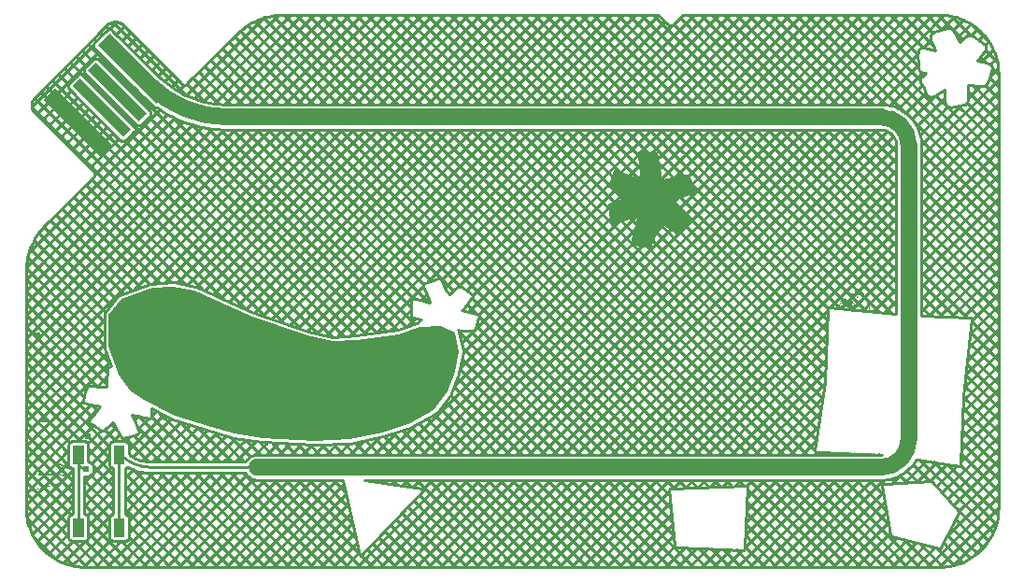
<source format=gbl>
G04 Layer: BottomLayer*
G04 EasyEDA v6.5.1, 2022-05-17 10:42:42*
G04 183223736e564f1bbe1f5351ff330512,a895fda7382342f89faddf0c187955a9,10*
G04 Gerber Generator version 0.2*
G04 Scale: 100 percent, Rotated: No, Reflected: No *
G04 Dimensions in inches *
G04 leading zeros omitted , absolute positions ,3 integer and 6 decimal *
%FSLAX36Y36*%
%MOIN*%

%ADD10C,0.0100*%
%ADD12C,0.0600*%
%ADD16C,0.0300*%
%ADD17C,0.0240*%

%LPD*%
G36*
X1001800Y2896900D02*
G01*
X1000620Y2896780D01*
X999760Y2896300D01*
X999220Y2895480D01*
X999000Y2894300D01*
X998920Y2888780D01*
X999080Y2883200D01*
X999460Y2877580D01*
X1000100Y2871900D01*
X1001600Y2860640D01*
X1002900Y2849500D01*
X1004060Y2840980D01*
X1008180Y2805860D01*
X1009300Y2797000D01*
X990600Y2804800D01*
X970860Y2813200D01*
X950340Y2822100D01*
X940759Y2826100D01*
X921900Y2833600D01*
X918199Y2834900D01*
X917200Y2834840D01*
X916400Y2834540D01*
X915800Y2834040D01*
X913940Y2830240D01*
X912420Y2826480D01*
X910879Y2822000D01*
X909300Y2816800D01*
X906500Y2806900D01*
X904300Y2799600D01*
X903480Y2797620D01*
X897120Y2779120D01*
X895699Y2774600D01*
X894800Y2771180D01*
X894500Y2769700D01*
X894520Y2768880D01*
X894700Y2768159D01*
X895020Y2767480D01*
X895500Y2766900D01*
X949200Y2730299D01*
X895100Y2710200D01*
X894400Y2709820D01*
X893880Y2709140D01*
X893540Y2708220D01*
X893400Y2707000D01*
X893360Y2702580D01*
X893580Y2698100D01*
X894020Y2693580D01*
X895460Y2684460D01*
X896640Y2675520D01*
X897099Y2671100D01*
X898319Y2661800D01*
X900000Y2646580D01*
X900780Y2641760D01*
X901740Y2637180D01*
X902900Y2632900D01*
X903000Y2631720D01*
X903379Y2630860D01*
X904040Y2630320D01*
X905000Y2630100D01*
X919020Y2635299D01*
X937660Y2642580D01*
X965540Y2654020D01*
X984180Y2661500D01*
X998199Y2667000D01*
X996000Y2657600D01*
X993660Y2648340D01*
X988720Y2630020D01*
X986360Y2620760D01*
X984100Y2611400D01*
X982740Y2607360D01*
X979200Y2595380D01*
X977300Y2588500D01*
X975560Y2581600D01*
X974100Y2575100D01*
X973100Y2569700D01*
X972820Y2567679D01*
X972700Y2566100D01*
X972800Y2565280D01*
X973180Y2564520D01*
X973840Y2563840D01*
X974800Y2563200D01*
X978540Y2562060D01*
X982720Y2561019D01*
X987380Y2560100D01*
X992500Y2559300D01*
X1002440Y2557900D01*
X1010900Y2556500D01*
X1032159Y2552640D01*
X1036440Y2552040D01*
X1040660Y2551640D01*
X1044800Y2551400D01*
X1047600Y2553000D01*
X1082500Y2639300D01*
X1094100Y2631200D01*
X1103120Y2624720D01*
X1112600Y2618100D01*
X1121900Y2611820D01*
X1130400Y2606200D01*
X1136680Y2602300D01*
X1139500Y2601000D01*
X1142680Y2602580D01*
X1148800Y2607500D01*
X1156920Y2614580D01*
X1194000Y2648000D01*
X1194080Y2648580D01*
X1194520Y2649680D01*
X1194600Y2650200D01*
X1194020Y2651280D01*
X1192160Y2653460D01*
X1189020Y2656680D01*
X1181140Y2664300D01*
X1166000Y2678620D01*
X1149660Y2693860D01*
X1132740Y2709140D01*
X1125940Y2715460D01*
X1124300Y2717100D01*
X1208600Y2751000D01*
X1209340Y2751500D01*
X1209880Y2752020D01*
X1210200Y2752559D01*
X1210300Y2753100D01*
X1209360Y2755779D01*
X1199580Y2777160D01*
X1189640Y2798060D01*
X1183580Y2810460D01*
X1181600Y2814100D01*
X1181020Y2814840D01*
X1180300Y2815400D01*
X1179420Y2815740D01*
X1178400Y2815899D01*
X1176040Y2815620D01*
X1171200Y2814800D01*
X1164820Y2813480D01*
X1141000Y2808159D01*
X1135700Y2806900D01*
X1085300Y2796600D01*
X1069400Y2892900D01*
X1068860Y2893860D01*
X1068220Y2894580D01*
X1067500Y2895020D01*
X1066700Y2895200D01*
G37*
G36*
X1780200Y2407800D02*
G01*
X1776600Y2407420D01*
X1773980Y2405980D01*
X1772340Y2403460D01*
X1771699Y2399900D01*
X1772020Y2395680D01*
X1773200Y2390900D01*
X1773839Y2389200D01*
X1764400Y2389700D01*
X1763400Y2391000D01*
X1762580Y2391260D01*
X1761300Y2391200D01*
X1760940Y2391080D01*
X1760200Y2390440D01*
X1759800Y2389900D01*
X1753800Y2390100D01*
X1752220Y2390040D01*
X1751600Y2389900D01*
X1751459Y2389700D01*
X1751399Y2389300D01*
X1751480Y2387960D01*
X1751900Y2386300D01*
X1752200Y2385460D01*
X1752520Y2384880D01*
X1752860Y2384520D01*
X1753200Y2384400D01*
X1762100Y2384500D01*
X1764620Y2380680D01*
X1766980Y2376920D01*
X1769160Y2373240D01*
X1778100Y2356700D01*
X1781680Y2349260D01*
X1782800Y2345300D01*
X1782720Y2344900D01*
X1782500Y2344620D01*
X1782120Y2344460D01*
X1781600Y2344400D01*
X1777840Y2345620D01*
X1774720Y2347480D01*
X1774139Y2349720D01*
X1773600Y2351200D01*
X1772680Y2353220D01*
X1771699Y2355080D01*
X1770680Y2356760D01*
X1769600Y2358300D01*
X1767340Y2360880D01*
X1766180Y2362000D01*
X1765000Y2363000D01*
X1763660Y2363980D01*
X1762320Y2364720D01*
X1761000Y2365240D01*
X1759560Y2365540D01*
X1759199Y2365400D01*
X1758880Y2365560D01*
X1758340Y2365360D01*
X1758000Y2365100D01*
X1757240Y2364280D01*
X1756660Y2363400D01*
X1756240Y2362480D01*
X1756000Y2361500D01*
X1755968Y2360760D01*
X1758400Y2360760D01*
X1758500Y2361720D01*
X1758800Y2362500D01*
X1758899Y2362580D01*
X1759500Y2362600D01*
X1759900Y2361980D01*
X1760220Y2361020D01*
X1760460Y2359740D01*
X1760660Y2357020D01*
X1760460Y2355260D01*
X1760200Y2354600D01*
X1759360Y2356300D01*
X1758800Y2358000D01*
X1758500Y2359520D01*
X1758400Y2360760D01*
X1755968Y2360760D01*
X1755920Y2359620D01*
X1756140Y2357600D01*
X1756720Y2355420D01*
X1757600Y2353100D01*
X1756699Y2353120D01*
X1755800Y2353300D01*
X1754900Y2353620D01*
X1753440Y2354460D01*
X1751860Y2355560D01*
X1745200Y2363800D01*
X1745180Y2364880D01*
X1745060Y2365920D01*
X1744780Y2366940D01*
X1744400Y2367900D01*
X1743779Y2368840D01*
X1741840Y2370940D01*
X1739620Y2372760D01*
X1738220Y2373620D01*
X1737700Y2373800D01*
X1737380Y2373680D01*
X1737000Y2373300D01*
X1736800Y2372700D01*
X1736800Y2372100D01*
X1736980Y2371120D01*
X1737340Y2370100D01*
X1737880Y2369020D01*
X1738600Y2367900D01*
X1741500Y2364300D01*
X1740580Y2363240D01*
X1738620Y2361300D01*
X1737740Y2360220D01*
X1737220Y2359260D01*
X1737000Y2358400D01*
X1737120Y2357680D01*
X1737480Y2356800D01*
X1738060Y2355780D01*
X1739600Y2353740D01*
X1741800Y2351100D01*
X1742800Y2349540D01*
X1743520Y2348240D01*
X1743959Y2347240D01*
X1744100Y2346500D01*
X1744000Y2346160D01*
X1743800Y2345900D01*
X1743500Y2345760D01*
X1743100Y2345700D01*
X1742320Y2345980D01*
X1740980Y2346860D01*
X1739060Y2348280D01*
X1735700Y2351040D01*
X1735300Y2352400D01*
X1734379Y2354360D01*
X1733400Y2356160D01*
X1732380Y2357760D01*
X1731300Y2359200D01*
X1729000Y2361720D01*
X1726699Y2363700D01*
X1725320Y2364640D01*
X1724000Y2365320D01*
X1722720Y2365780D01*
X1721100Y2366040D01*
X1720460Y2366000D01*
X1719900Y2365600D01*
X1719180Y2364780D01*
X1718640Y2363900D01*
X1718280Y2362980D01*
X1718136Y2362200D01*
X1720560Y2362200D01*
X1720820Y2363040D01*
X1721000Y2363200D01*
X1721519Y2363060D01*
X1722620Y2362440D01*
X1723200Y2362000D01*
X1725880Y2359300D01*
X1727120Y2357800D01*
X1728300Y2356200D01*
X1726780Y2356120D01*
X1723100Y2356500D01*
X1722280Y2356840D01*
X1721600Y2357500D01*
X1720960Y2359460D01*
X1720600Y2361020D01*
X1720560Y2362200D01*
X1718136Y2362200D01*
X1718020Y2360820D01*
X1718100Y2359540D01*
X1718320Y2358220D01*
X1718860Y2356460D01*
X1720400Y2354200D01*
X1721160Y2353580D01*
X1722360Y2353100D01*
X1723959Y2352780D01*
X1726000Y2352600D01*
X1728300Y2352680D01*
X1729300Y2352840D01*
X1730200Y2353100D01*
X1731200Y2351020D01*
X1731879Y2349260D01*
X1732240Y2347820D01*
X1732300Y2346700D01*
X1731600Y2346280D01*
X1730900Y2346200D01*
X1729660Y2346340D01*
X1728060Y2346780D01*
X1726060Y2347500D01*
X1721780Y2349340D01*
X1718980Y2350740D01*
X1717800Y2351480D01*
X1717200Y2351680D01*
X1716500Y2351700D01*
X1716220Y2351600D01*
X1716060Y2351400D01*
X1716000Y2351100D01*
X1716220Y2350460D01*
X1716900Y2349700D01*
X1718320Y2348600D01*
X1720000Y2347500D01*
X1721920Y2346400D01*
X1726500Y2344160D01*
X1728620Y2343320D01*
X1730460Y2342800D01*
X1732380Y2342560D01*
X1733080Y2342620D01*
X1733640Y2342840D01*
X1734139Y2343440D01*
X1734400Y2343900D01*
X1735000Y2344400D01*
X1735420Y2344980D01*
X1736140Y2346840D01*
X1738000Y2345100D01*
X1739860Y2343620D01*
X1741459Y2342560D01*
X1742760Y2341920D01*
X1743800Y2341700D01*
X1744220Y2341720D01*
X1745220Y2342160D01*
X1747100Y2343800D01*
X1747280Y2344320D01*
X1747480Y2346060D01*
X1747500Y2347300D01*
X1747340Y2348580D01*
X1746980Y2349920D01*
X1746399Y2351340D01*
X1744980Y2353760D01*
X1741100Y2359200D01*
X1742720Y2361060D01*
X1743500Y2361800D01*
X1747300Y2356700D01*
X1751028Y2351500D01*
X1762300Y2351500D01*
X1762860Y2352400D01*
X1763240Y2353520D01*
X1763460Y2354860D01*
X1763500Y2356400D01*
X1763220Y2358320D01*
X1762600Y2360500D01*
X1764300Y2358640D01*
X1765800Y2356800D01*
X1767100Y2354940D01*
X1768200Y2353100D01*
X1769360Y2350780D01*
X1770060Y2349060D01*
X1770020Y2348480D01*
X1770460Y2347780D01*
X1770740Y2346880D01*
X1771000Y2345300D01*
X1770920Y2344420D01*
X1770760Y2344080D01*
X1770500Y2343800D01*
X1770280Y2343740D01*
X1768800Y2344100D01*
X1767680Y2344920D01*
X1766300Y2346300D01*
X1764680Y2348220D01*
X1762800Y2350700D01*
X1762300Y2351500D01*
X1751028Y2351500D01*
X1757600Y2342500D01*
X1758080Y2342800D01*
X1759540Y2344140D01*
X1759860Y2344600D01*
X1760040Y2345060D01*
X1760100Y2345500D01*
X1759620Y2346200D01*
X1755900Y2350680D01*
X1757200Y2350260D01*
X1759199Y2350100D01*
X1761480Y2346860D01*
X1762960Y2345120D01*
X1764480Y2343600D01*
X1766100Y2342300D01*
X1768080Y2341020D01*
X1768820Y2340700D01*
X1769940Y2340580D01*
X1770400Y2340620D01*
X1771980Y2341480D01*
X1773300Y2342400D01*
X1773820Y2343040D01*
X1774400Y2344200D01*
X1774600Y2344780D01*
X1777780Y2342540D01*
X1782800Y2340800D01*
X1784100Y2341000D01*
X1784440Y2341220D01*
X1785100Y2342120D01*
X1785660Y2343480D01*
X1785960Y2344740D01*
X1786000Y2345300D01*
X1785760Y2347560D01*
X1784940Y2350620D01*
X1783500Y2354460D01*
X1781459Y2359080D01*
X1778839Y2364500D01*
X1773640Y2374300D01*
X1769760Y2381140D01*
X1767800Y2384400D01*
X1775940Y2384140D01*
X1778500Y2378980D01*
X1780200Y2376100D01*
X1780920Y2375400D01*
X1781800Y2374900D01*
X1782820Y2374600D01*
X1784440Y2374500D01*
X1784760Y2374600D01*
X1784940Y2374800D01*
X1784980Y2375260D01*
X1784880Y2375560D01*
X1781900Y2380900D01*
X1780580Y2383940D01*
X1787980Y2383580D01*
X1799720Y2382720D01*
X1800320Y2383220D01*
X1801080Y2384280D01*
X1801360Y2384840D01*
X1801500Y2385900D01*
X1798440Y2386880D01*
X1789300Y2388000D01*
X1778600Y2388920D01*
X1776900Y2394020D01*
X1776200Y2399200D01*
X1776560Y2401160D01*
X1777480Y2402560D01*
X1778920Y2403360D01*
X1780900Y2403600D01*
X1784300Y2402860D01*
X1788200Y2400820D01*
X1792600Y2397500D01*
X1797500Y2392900D01*
X1801060Y2388760D01*
X1803580Y2384720D01*
X1805020Y2380800D01*
X1805400Y2377000D01*
X1805200Y2375240D01*
X1804720Y2373660D01*
X1803959Y2372240D01*
X1802900Y2371000D01*
X1798180Y2366520D01*
X1796000Y2364300D01*
X1794420Y2362200D01*
X1793280Y2360080D01*
X1792560Y2357940D01*
X1792300Y2355800D01*
X1793120Y2350820D01*
X1796000Y2345100D01*
X1800520Y2339120D01*
X1805900Y2334200D01*
X1809240Y2331960D01*
X1812600Y2330320D01*
X1815960Y2329300D01*
X1819300Y2328900D01*
X1822560Y2329240D01*
X1824920Y2330600D01*
X1826399Y2332960D01*
X1827000Y2336300D01*
X1826759Y2340540D01*
X1825720Y2344880D01*
X1823899Y2349300D01*
X1821300Y2353800D01*
X1819920Y2355660D01*
X1818800Y2356800D01*
X1818180Y2357200D01*
X1817500Y2357500D01*
X1816780Y2357700D01*
X1816000Y2357800D01*
X1815440Y2357780D01*
X1815020Y2357660D01*
X1814780Y2357380D01*
X1814700Y2357000D01*
X1815720Y2355080D01*
X1818800Y2348700D01*
X1821920Y2341280D01*
X1822900Y2336000D01*
X1822540Y2334260D01*
X1821680Y2333040D01*
X1820300Y2332360D01*
X1818400Y2332200D01*
X1812980Y2333760D01*
X1807100Y2338000D01*
X1802600Y2343000D01*
X1799100Y2348400D01*
X1798180Y2350260D01*
X1797560Y2351900D01*
X1797180Y2353360D01*
X1797100Y2354600D01*
X1798779Y2360120D01*
X1808000Y2371700D01*
X1809600Y2377300D01*
X1809240Y2382200D01*
X1807740Y2386900D01*
X1805140Y2391400D01*
X1801399Y2395700D01*
X1797480Y2399320D01*
X1793720Y2402280D01*
X1790100Y2404620D01*
X1786639Y2406320D01*
X1783340Y2407380D01*
G37*
G36*
X-1107940Y1802260D02*
G01*
X-1108440Y1802040D01*
X-1108840Y1801579D01*
X-1109140Y1800680D01*
X-1109300Y1799180D01*
X-1109300Y1798420D01*
X-1109200Y1797820D01*
X-1109020Y1797400D01*
X-1108580Y1797040D01*
X-1092640Y1790440D01*
X-1070480Y1781040D01*
X-1063260Y1777840D01*
X-1055240Y1774139D01*
X-1036660Y1765200D01*
X-1031680Y1762680D01*
X-1027280Y1760340D01*
X-1026440Y1760100D01*
X-1025720Y1760060D01*
X-1025080Y1760260D01*
X-1024740Y1760860D01*
X-1024760Y1761840D01*
X-1025120Y1762960D01*
X-1025759Y1764199D01*
X-1026740Y1765600D01*
X-1027360Y1766160D01*
X-1030080Y1767960D01*
X-1032159Y1769199D01*
X-1035080Y1770760D01*
X-1039040Y1772680D01*
X-1050160Y1777620D01*
X-1070300Y1786140D01*
X-1104780Y1800540D01*
X-1105440Y1800900D01*
X-1106480Y1801819D01*
X-1107320Y1802200D01*
G37*
G36*
X-1138980Y1747300D02*
G01*
X-1140400Y1746840D01*
X-1140780Y1746459D01*
X-1140820Y1746300D01*
X-1140500Y1744420D01*
X-1140080Y1743160D01*
X-1139560Y1742260D01*
X-1138780Y1741620D01*
X-1138480Y1741560D01*
X-1125080Y1741660D01*
X-1106720Y1741459D01*
X-1087500Y1740880D01*
X-1067420Y1739940D01*
X-1057060Y1739319D01*
X-1047640Y1738640D01*
X-1040340Y1737940D01*
X-1039180Y1738000D01*
X-1038360Y1738240D01*
X-1037900Y1738660D01*
X-1037780Y1739620D01*
X-1038439Y1740720D01*
X-1039880Y1741980D01*
X-1042080Y1743400D01*
X-1043360Y1743860D01*
X-1045520Y1744259D01*
X-1048560Y1744640D01*
X-1052520Y1744980D01*
X-1057380Y1745280D01*
X-1069780Y1745740D01*
X-1085760Y1746080D01*
X-1132860Y1746560D01*
X-1136960Y1746680D01*
X-1137760Y1746879D01*
X-1138500Y1747220D01*
G37*
G36*
X-1060540Y1714199D02*
G01*
X-1064180Y1713680D01*
X-1069980Y1712520D01*
X-1077920Y1710680D01*
X-1088000Y1708200D01*
X-1114620Y1701279D01*
X-1167440Y1687000D01*
X-1172200Y1685840D01*
X-1174500Y1685660D01*
X-1175180Y1685540D01*
X-1175720Y1685340D01*
X-1176140Y1685060D01*
X-1176440Y1684720D01*
X-1176580Y1684300D01*
X-1176560Y1683860D01*
X-1176360Y1683380D01*
X-1175600Y1682320D01*
X-1174840Y1681519D01*
X-1174180Y1681140D01*
X-1173540Y1681060D01*
X-1153840Y1686459D01*
X-1129320Y1692960D01*
X-1114580Y1696699D01*
X-1089960Y1702720D01*
X-1070200Y1707320D01*
X-1056660Y1710220D01*
X-1055380Y1710640D01*
X-1054480Y1711100D01*
X-1053980Y1711600D01*
X-1053880Y1711920D01*
X-1053920Y1712240D01*
X-1054540Y1712840D01*
X-1055500Y1713300D01*
X-1056660Y1713680D01*
X-1058000Y1713980D01*
X-1059520Y1714199D01*
G37*
G36*
X-660000Y2415000D02*
G01*
X-735000Y2410000D01*
X-845000Y2370000D01*
X-890000Y2315000D01*
X-890000Y2200000D01*
X-855000Y2100000D01*
X-815000Y2045000D01*
X-765000Y2010000D01*
X-655000Y1955000D01*
X-525000Y1915000D01*
X-440000Y1890000D01*
X-340000Y1875000D01*
X-155000Y1865000D01*
X-30000Y1870000D01*
X85000Y1895000D01*
X180000Y1925000D01*
X270000Y1975000D01*
X320000Y2040000D01*
X345000Y2110000D01*
X360000Y2185000D01*
X345000Y2250000D01*
X295000Y2275000D01*
X220000Y2270000D01*
X145000Y2245000D01*
X-5000Y2225000D01*
X-90000Y2220000D01*
X-180000Y2240000D01*
X-385000Y2310000D01*
X-585000Y2400000D01*
G37*
D10*
X-977928Y1765000D02*
G01*
X-970000Y1765000D01*
D12*
X-465000Y3020000D02*
G01*
X-112777Y3020000D01*
X-112777Y1770000D02*
G01*
X-360000Y1770000D01*
X1965000Y2920000D02*
G01*
X1965000Y1870000D01*
X1865000Y1770000D02*
G01*
X1617777Y1770000D01*
X-112777Y3020000D02*
G01*
X134445Y3020000D01*
X134445Y1770000D02*
G01*
X-112777Y1770000D01*
X381667Y1770000D02*
G01*
X134445Y1770000D01*
X628888Y1770000D02*
G01*
X381667Y1770000D01*
X876112Y1770000D02*
G01*
X628888Y1770000D01*
X1123334Y1770000D02*
G01*
X876112Y1770000D01*
X1370555Y1770000D02*
G01*
X1123334Y1770000D01*
X1617777Y1770000D02*
G01*
X1370555Y1770000D01*
X1123334Y3020000D02*
G01*
X1370556Y3020000D01*
X876112Y3020000D02*
G01*
X1123334Y3020000D01*
X628888Y3020000D02*
G01*
X876112Y3020000D01*
X381667Y3020000D02*
G01*
X628888Y3020000D01*
X134445Y3020000D02*
G01*
X381667Y3020000D01*
X1370556Y3020000D02*
G01*
X1865000Y3020000D01*
D10*
X-738703Y1770000D02*
G01*
X-360000Y1770000D01*
X-852199Y1555100D02*
G01*
X-852199Y1814899D01*
X-997800Y1814899D02*
G01*
X-997800Y1555100D01*
X-997849Y1814920D02*
G01*
X-997849Y1788951D01*
X-1109788Y1464365D02*
G01*
X-1118900Y1472474D01*
X-1118900Y1472474D02*
G01*
X-1127525Y1481099D01*
X-1127525Y1481099D02*
G01*
X-1135634Y1490211D01*
X-1135634Y1490211D02*
G01*
X-1143200Y1499779D01*
X-1143200Y1499779D02*
G01*
X-1150196Y1509771D01*
X-1150196Y1509771D02*
G01*
X-1156600Y1520153D01*
X-1156600Y1520153D02*
G01*
X-1162389Y1530889D01*
X-1162389Y1530889D02*
G01*
X-1167544Y1541944D01*
X-1167544Y1541944D02*
G01*
X-1172047Y1553280D01*
X-1172047Y1553280D02*
G01*
X-1175884Y1564859D01*
X-1175884Y1564859D02*
G01*
X-1179041Y1576641D01*
X-1179041Y1576641D02*
G01*
X-1181507Y1588587D01*
X-1181507Y1588587D02*
G01*
X-1183275Y1600655D01*
X-1183275Y1600655D02*
G01*
X-1184339Y1612807D01*
X-1184339Y1612807D02*
G01*
X-1184700Y1625218D01*
X-1184700Y1625218D02*
G01*
X-1185054Y2469447D01*
X-1185054Y2469447D02*
G01*
X-1184718Y2481884D01*
X-1184718Y2481884D02*
G01*
X-1183724Y2494088D01*
X-1183724Y2494088D02*
G01*
X-1182071Y2506220D01*
X-1182071Y2506220D02*
G01*
X-1179764Y2518245D01*
X-1179764Y2518245D02*
G01*
X-1176810Y2530127D01*
X-1176810Y2530127D02*
G01*
X-1173216Y2541833D01*
X-1173216Y2541833D02*
G01*
X-1168995Y2553326D01*
X-1168995Y2553326D02*
G01*
X-1164157Y2564574D01*
X-1164157Y2564574D02*
G01*
X-1158718Y2575544D01*
X-1158718Y2575544D02*
G01*
X-1152693Y2586203D01*
X-1152693Y2586203D02*
G01*
X-1146099Y2596520D01*
X-1146099Y2596520D02*
G01*
X-1138957Y2606465D01*
X-1138957Y2606465D02*
G01*
X-1131287Y2616009D01*
X-1131287Y2616009D02*
G01*
X-1122844Y2625423D01*
X-1122844Y2625423D02*
G01*
X-1122355Y2626007D01*
X-1122355Y2626007D02*
G01*
X-944181Y2804181D01*
X-944181Y2804181D02*
G01*
X-943075Y2805418D01*
X-943075Y2805418D02*
G01*
X-942114Y2806772D01*
X-942114Y2806772D02*
G01*
X-941312Y2808225D01*
X-941312Y2808225D02*
G01*
X-940677Y2809758D01*
X-940677Y2809758D02*
G01*
X-940217Y2811353D01*
X-940217Y2811353D02*
G01*
X-939846Y2814646D01*
X-939846Y2814646D02*
G01*
X-939939Y2817010D01*
X-939939Y2817010D02*
G01*
X-940217Y2818646D01*
X-940217Y2818646D02*
G01*
X-940677Y2820241D01*
X-940677Y2820241D02*
G01*
X-941312Y2821774D01*
X-941312Y2821774D02*
G01*
X-942114Y2823227D01*
X-942114Y2823227D02*
G01*
X-943075Y2824581D01*
X-943075Y2824581D02*
G01*
X-944181Y2825818D01*
X-944181Y2825818D02*
G01*
X-1154745Y3036383D01*
X-1154745Y3036383D02*
G01*
X-1157485Y3039449D01*
X-1157485Y3039449D02*
G01*
X-1159624Y3042463D01*
X-1159624Y3042463D02*
G01*
X-1161412Y3045698D01*
X-1161412Y3045698D02*
G01*
X-1162827Y3049113D01*
X-1162827Y3049113D02*
G01*
X-1163850Y3052665D01*
X-1163850Y3052665D02*
G01*
X-1164469Y3056309D01*
X-1164469Y3056309D02*
G01*
X-1164676Y3060000D01*
X-1164676Y3060000D02*
G01*
X-1164393Y3065042D01*
X-1164393Y3065042D02*
G01*
X-1163547Y3070020D01*
X-1163547Y3070020D02*
G01*
X-1162149Y3074873D01*
X-1162149Y3074873D02*
G01*
X-1160216Y3079538D01*
X-1160216Y3079538D02*
G01*
X-1157774Y3083958D01*
X-1157774Y3083958D02*
G01*
X-1154852Y3088077D01*
X-1154852Y3088077D02*
G01*
X-1151209Y3092152D01*
X-1151209Y3092152D02*
G01*
X-897152Y3346209D01*
X-897152Y3346209D02*
G01*
X-893077Y3349852D01*
X-893077Y3349852D02*
G01*
X-888958Y3352774D01*
X-888958Y3352774D02*
G01*
X-884538Y3355216D01*
X-884538Y3355216D02*
G01*
X-879873Y3357149D01*
X-879873Y3357149D02*
G01*
X-875020Y3358547D01*
X-875020Y3358547D02*
G01*
X-870042Y3359393D01*
X-870042Y3359393D02*
G01*
X-865000Y3359676D01*
X-865000Y3359676D02*
G01*
X-861309Y3359469D01*
X-861309Y3359469D02*
G01*
X-857665Y3358850D01*
X-857665Y3358850D02*
G01*
X-854113Y3357827D01*
X-854113Y3357827D02*
G01*
X-850698Y3356412D01*
X-850698Y3356412D02*
G01*
X-847463Y3354624D01*
X-847463Y3354624D02*
G01*
X-844449Y3352485D01*
X-844449Y3352485D02*
G01*
X-841383Y3349745D01*
X-841383Y3349745D02*
G01*
X-630818Y3139181D01*
X-630818Y3139181D02*
G01*
X-629581Y3138075D01*
X-629581Y3138075D02*
G01*
X-628227Y3137114D01*
X-628227Y3137114D02*
G01*
X-626774Y3136312D01*
X-626774Y3136312D02*
G01*
X-625241Y3135677D01*
X-625241Y3135677D02*
G01*
X-623646Y3135217D01*
X-623646Y3135217D02*
G01*
X-620353Y3134846D01*
X-620353Y3134846D02*
G01*
X-617989Y3134939D01*
X-617989Y3134939D02*
G01*
X-616353Y3135217D01*
X-616353Y3135217D02*
G01*
X-614758Y3135677D01*
X-614758Y3135677D02*
G01*
X-613225Y3136312D01*
X-613225Y3136312D02*
G01*
X-611772Y3137114D01*
X-611772Y3137114D02*
G01*
X-610418Y3138075D01*
X-610418Y3138075D02*
G01*
X-609181Y3139181D01*
X-609181Y3139181D02*
G01*
X-430039Y3318323D01*
X-430039Y3318323D02*
G01*
X-420671Y3327179D01*
X-420671Y3327179D02*
G01*
X-410981Y3335362D01*
X-410981Y3335362D02*
G01*
X-400846Y3342989D01*
X-400846Y3342989D02*
G01*
X-390300Y3350036D01*
X-390300Y3350036D02*
G01*
X-379376Y3356480D01*
X-379376Y3356480D02*
G01*
X-368108Y3362301D01*
X-368108Y3362301D02*
G01*
X-356530Y3367482D01*
X-356530Y3367482D02*
G01*
X-344681Y3372005D01*
X-344681Y3372005D02*
G01*
X-332597Y3375857D01*
X-332597Y3375857D02*
G01*
X-320315Y3379025D01*
X-320315Y3379025D02*
G01*
X-307875Y3381499D01*
X-307875Y3381499D02*
G01*
X-295317Y3383272D01*
X-295317Y3383272D02*
G01*
X-282678Y3384338D01*
X-282678Y3384338D02*
G01*
X-269792Y3384699D01*
X-269792Y3384699D02*
G01*
X1070388Y3384699D01*
X1070388Y3384699D02*
G01*
X1104843Y3350245D01*
X1104843Y3350245D02*
G01*
X1107522Y3348109D01*
X1107522Y3348109D02*
G01*
X1110609Y3346622D01*
X1110609Y3346622D02*
G01*
X1113949Y3345860D01*
X1113949Y3345860D02*
G01*
X1117375Y3345860D01*
X1117375Y3345860D02*
G01*
X1120715Y3346622D01*
X1120715Y3346622D02*
G01*
X1123802Y3348109D01*
X1123802Y3348109D02*
G01*
X1126481Y3350245D01*
X1126481Y3350245D02*
G01*
X1160935Y3384699D01*
X1160935Y3384699D02*
G01*
X2074784Y3384699D01*
X2074784Y3384699D02*
G01*
X2087192Y3384339D01*
X2087192Y3384339D02*
G01*
X2099344Y3383275D01*
X2099344Y3383275D02*
G01*
X2111412Y3381507D01*
X2111412Y3381507D02*
G01*
X2123358Y3379041D01*
X2123358Y3379041D02*
G01*
X2135140Y3375884D01*
X2135140Y3375884D02*
G01*
X2146719Y3372047D01*
X2146719Y3372047D02*
G01*
X2158055Y3367544D01*
X2158055Y3367544D02*
G01*
X2169110Y3362389D01*
X2169110Y3362389D02*
G01*
X2179846Y3356600D01*
X2179846Y3356600D02*
G01*
X2190228Y3350196D01*
X2190228Y3350196D02*
G01*
X2200220Y3343200D01*
X2200220Y3343200D02*
G01*
X2209788Y3335634D01*
X2209788Y3335634D02*
G01*
X2218900Y3327525D01*
X2218900Y3327525D02*
G01*
X2227525Y3318900D01*
X2227525Y3318900D02*
G01*
X2235634Y3309788D01*
X2235634Y3309788D02*
G01*
X2243200Y3300220D01*
X2243200Y3300220D02*
G01*
X2250196Y3290228D01*
X2250196Y3290228D02*
G01*
X2256600Y3279846D01*
X2256600Y3279846D02*
G01*
X2262389Y3269110D01*
X2262389Y3269110D02*
G01*
X2267544Y3258055D01*
X2267544Y3258055D02*
G01*
X2272047Y3246719D01*
X2272047Y3246719D02*
G01*
X2275884Y3235140D01*
X2275884Y3235140D02*
G01*
X2279041Y3223358D01*
X2279041Y3223358D02*
G01*
X2281508Y3211412D01*
X2281508Y3211412D02*
G01*
X2283275Y3199344D01*
X2283275Y3199344D02*
G01*
X2284339Y3187192D01*
X2284339Y3187192D02*
G01*
X2284700Y3174784D01*
X2284700Y3174784D02*
G01*
X2284700Y1625215D01*
X2284700Y1625215D02*
G01*
X2284339Y1612807D01*
X2284339Y1612807D02*
G01*
X2283275Y1600655D01*
X2283275Y1600655D02*
G01*
X2281508Y1588587D01*
X2281508Y1588587D02*
G01*
X2279041Y1576641D01*
X2279041Y1576641D02*
G01*
X2275884Y1564859D01*
X2275884Y1564859D02*
G01*
X2272047Y1553280D01*
X2272047Y1553280D02*
G01*
X2267544Y1541944D01*
X2267544Y1541944D02*
G01*
X2262389Y1530889D01*
X2262389Y1530889D02*
G01*
X2256600Y1520153D01*
X2256600Y1520153D02*
G01*
X2250196Y1509771D01*
X2250196Y1509771D02*
G01*
X2243200Y1499779D01*
X2243200Y1499779D02*
G01*
X2235634Y1490211D01*
X2235634Y1490211D02*
G01*
X2227525Y1481099D01*
X2227525Y1481099D02*
G01*
X2218900Y1472474D01*
X2218900Y1472474D02*
G01*
X2209788Y1464365D01*
X2209788Y1464365D02*
G01*
X2200220Y1456799D01*
X2200220Y1456799D02*
G01*
X2190228Y1449803D01*
X2190228Y1449803D02*
G01*
X2179846Y1443399D01*
X2179846Y1443399D02*
G01*
X2169110Y1437610D01*
X2169110Y1437610D02*
G01*
X2158055Y1432455D01*
X2158055Y1432455D02*
G01*
X2146719Y1427952D01*
X2146719Y1427952D02*
G01*
X2135140Y1424115D01*
X2135140Y1424115D02*
G01*
X2123358Y1420958D01*
X2123358Y1420958D02*
G01*
X2111412Y1418492D01*
X2111412Y1418492D02*
G01*
X2099344Y1416724D01*
X2099344Y1416724D02*
G01*
X2087192Y1415661D01*
X2087192Y1415661D02*
G01*
X2074784Y1415300D01*
X2074784Y1415300D02*
G01*
X-974784Y1415300D01*
X-974784Y1415300D02*
G01*
X-987192Y1415661D01*
X-987192Y1415661D02*
G01*
X-999344Y1416724D01*
X-999344Y1416724D02*
G01*
X-1011412Y1418492D01*
X-1011412Y1418492D02*
G01*
X-1023358Y1420958D01*
X-1023358Y1420958D02*
G01*
X-1035140Y1424115D01*
X-1035140Y1424115D02*
G01*
X-1046719Y1427952D01*
X-1046719Y1427952D02*
G01*
X-1058055Y1432455D01*
X-1058055Y1432455D02*
G01*
X-1069110Y1437610D01*
X-1069110Y1437610D02*
G01*
X-1079846Y1443399D01*
X-1079846Y1443399D02*
G01*
X-1090228Y1449803D01*
X-1090228Y1449803D02*
G01*
X-1100220Y1456799D01*
X-1100220Y1456799D02*
G01*
X-1109788Y1464365D01*
X-881424Y1509652D02*
G01*
X-878523Y1507829D01*
X-878523Y1507829D02*
G01*
X-875289Y1506698D01*
X-875289Y1506698D02*
G01*
X-871885Y1506314D01*
X-871885Y1506314D02*
G01*
X-832514Y1506314D01*
X-832514Y1506314D02*
G01*
X-829110Y1506698D01*
X-829110Y1506698D02*
G01*
X-825876Y1507829D01*
X-825876Y1507829D02*
G01*
X-822975Y1509652D01*
X-822975Y1509652D02*
G01*
X-820552Y1512075D01*
X-820552Y1512075D02*
G01*
X-818730Y1514976D01*
X-818730Y1514976D02*
G01*
X-817598Y1518209D01*
X-817598Y1518209D02*
G01*
X-817215Y1521614D01*
X-817215Y1521614D02*
G01*
X-817215Y1588543D01*
X-817215Y1588543D02*
G01*
X-817598Y1591948D01*
X-817598Y1591948D02*
G01*
X-818730Y1595181D01*
X-818730Y1595181D02*
G01*
X-820552Y1598082D01*
X-820552Y1598082D02*
G01*
X-822975Y1600505D01*
X-822975Y1600505D02*
G01*
X-825876Y1602328D01*
X-825876Y1602328D02*
G01*
X-829110Y1603459D01*
X-829110Y1603459D02*
G01*
X-831900Y1603774D01*
X-831900Y1603774D02*
G01*
X-831900Y1766220D01*
X-831900Y1766220D02*
G01*
X-829060Y1766540D01*
X-829060Y1766540D02*
G01*
X-825826Y1767671D01*
X-825826Y1767671D02*
G01*
X-822925Y1769494D01*
X-822925Y1769494D02*
G01*
X-821572Y1770847D01*
X-821572Y1770847D02*
G01*
X-815514Y1767609D01*
X-815514Y1767609D02*
G01*
X-805163Y1762919D01*
X-805163Y1762919D02*
G01*
X-794527Y1758916D01*
X-794527Y1758916D02*
G01*
X-783652Y1755617D01*
X-783652Y1755617D02*
G01*
X-772584Y1753036D01*
X-772584Y1753036D02*
G01*
X-761372Y1751185D01*
X-761372Y1751185D02*
G01*
X-750062Y1750071D01*
X-750062Y1750071D02*
G01*
X-738703Y1749699D01*
X-738703Y1749699D02*
G01*
X-400389Y1749699D01*
X-400389Y1749699D02*
G01*
X-399230Y1747350D01*
X-399230Y1747350D02*
G01*
X-395938Y1742423D01*
X-395938Y1742423D02*
G01*
X-392031Y1737968D01*
X-392031Y1737968D02*
G01*
X-387576Y1734061D01*
X-387576Y1734061D02*
G01*
X-382649Y1730769D01*
X-382649Y1730769D02*
G01*
X-377335Y1728148D01*
X-377335Y1728148D02*
G01*
X-371724Y1726243D01*
X-371724Y1726243D02*
G01*
X-365912Y1725087D01*
X-365912Y1725087D02*
G01*
X-360000Y1724699D01*
X-360000Y1724699D02*
G01*
X-54046Y1724699D01*
X-54046Y1724699D02*
G01*
X5021Y1458893D01*
X5021Y1458893D02*
G01*
X5823Y1457072D01*
X5823Y1457072D02*
G01*
X6898Y1456044D01*
X6898Y1456044D02*
G01*
X8153Y1455246D01*
X8153Y1455246D02*
G01*
X10113Y1454901D01*
X10113Y1454901D02*
G01*
X12055Y1455332D01*
X12055Y1455332D02*
G01*
X13685Y1456474D01*
X13685Y1456474D02*
G01*
X233685Y1686474D01*
X233685Y1686474D02*
G01*
X234388Y1687401D01*
X234388Y1687401D02*
G01*
X235048Y1689278D01*
X235048Y1689278D02*
G01*
X234940Y1691265D01*
X234940Y1691265D02*
G01*
X234079Y1693060D01*
X234079Y1693060D02*
G01*
X232598Y1694388D01*
X232598Y1694388D02*
G01*
X230721Y1695048D01*
X230721Y1695048D02*
G01*
X23162Y1724699D01*
X23162Y1724699D02*
G01*
X1865000Y1724699D01*
X1865000Y1724699D02*
G01*
X1875366Y1725070D01*
X1875366Y1725070D02*
G01*
X1885679Y1726179D01*
X1885679Y1726179D02*
G01*
X1895887Y1728020D01*
X1895887Y1728020D02*
G01*
X1905936Y1730585D01*
X1905936Y1730585D02*
G01*
X1915778Y1733861D01*
X1915778Y1733861D02*
G01*
X1925360Y1737830D01*
X1925360Y1737830D02*
G01*
X1934635Y1742473D01*
X1934635Y1742473D02*
G01*
X1943555Y1747766D01*
X1943555Y1747766D02*
G01*
X1952075Y1753681D01*
X1952075Y1753681D02*
G01*
X1960151Y1760190D01*
X1960151Y1760190D02*
G01*
X1967743Y1767257D01*
X1967743Y1767257D02*
G01*
X1974810Y1774849D01*
X1974810Y1774849D02*
G01*
X1981319Y1782925D01*
X1981319Y1782925D02*
G01*
X1987234Y1791445D01*
X1987234Y1791445D02*
G01*
X1991652Y1798892D01*
X1991652Y1798892D02*
G01*
X2144209Y1774961D01*
X2144209Y1774961D02*
G01*
X2144791Y1774904D01*
X2144791Y1774904D02*
G01*
X2146757Y1775212D01*
X2146757Y1775212D02*
G01*
X2148456Y1776249D01*
X2148456Y1776249D02*
G01*
X2149628Y1777857D01*
X2149628Y1777857D02*
G01*
X2150095Y1779792D01*
X2150095Y1779792D02*
G01*
X2160088Y2024618D01*
X2160088Y2024618D02*
G01*
X2190069Y2299446D01*
X2190069Y2299446D02*
G01*
X2189895Y2301429D01*
X2189895Y2301429D02*
G01*
X2188976Y2303193D01*
X2188976Y2303193D02*
G01*
X2187451Y2304472D01*
X2187451Y2304472D02*
G01*
X2185203Y2305095D01*
X2185203Y2305095D02*
G01*
X2010299Y2312092D01*
X2010299Y2312092D02*
G01*
X2010299Y2920000D01*
X2010299Y2920000D02*
G01*
X2009929Y2930365D01*
X2009929Y2930365D02*
G01*
X2008821Y2940677D01*
X2008821Y2940677D02*
G01*
X2006979Y2950885D01*
X2006979Y2950885D02*
G01*
X2004414Y2960935D01*
X2004414Y2960935D02*
G01*
X2001139Y2970777D01*
X2001139Y2970777D02*
G01*
X1997169Y2980359D01*
X1997169Y2980359D02*
G01*
X1992527Y2989634D01*
X1992527Y2989634D02*
G01*
X1987234Y2998555D01*
X1987234Y2998555D02*
G01*
X1981319Y3007075D01*
X1981319Y3007075D02*
G01*
X1974810Y3015151D01*
X1974810Y3015151D02*
G01*
X1967743Y3022743D01*
X1967743Y3022743D02*
G01*
X1960151Y3029810D01*
X1960151Y3029810D02*
G01*
X1952075Y3036319D01*
X1952075Y3036319D02*
G01*
X1943555Y3042234D01*
X1943555Y3042234D02*
G01*
X1934635Y3047527D01*
X1934635Y3047527D02*
G01*
X1925360Y3052170D01*
X1925360Y3052170D02*
G01*
X1915777Y3056139D01*
X1915777Y3056139D02*
G01*
X1905936Y3059415D01*
X1905936Y3059415D02*
G01*
X1895885Y3061980D01*
X1895885Y3061980D02*
G01*
X1885678Y3063822D01*
X1885678Y3063822D02*
G01*
X1875365Y3064930D01*
X1875365Y3064930D02*
G01*
X1864984Y3065300D01*
X1864984Y3065300D02*
G01*
X-465000Y3065300D01*
X-465000Y3065300D02*
G01*
X-481319Y3065677D01*
X-481319Y3065677D02*
G01*
X-497603Y3066807D01*
X-497603Y3066807D02*
G01*
X-513818Y3068688D01*
X-513818Y3068688D02*
G01*
X-529929Y3071316D01*
X-529929Y3071316D02*
G01*
X-545901Y3074685D01*
X-545901Y3074685D02*
G01*
X-561701Y3078789D01*
X-561701Y3078789D02*
G01*
X-577294Y3083618D01*
X-577294Y3083618D02*
G01*
X-592648Y3089161D01*
X-592648Y3089161D02*
G01*
X-607729Y3095408D01*
X-607729Y3095408D02*
G01*
X-622505Y3102345D01*
X-622505Y3102345D02*
G01*
X-636946Y3109956D01*
X-636946Y3109956D02*
G01*
X-651019Y3118227D01*
X-651019Y3118227D02*
G01*
X-664696Y3127139D01*
X-664696Y3127139D02*
G01*
X-677946Y3136672D01*
X-677946Y3136672D02*
G01*
X-690742Y3146808D01*
X-690742Y3146808D02*
G01*
X-703056Y3157523D01*
X-703056Y3157523D02*
G01*
X-714863Y3168796D01*
X-714863Y3168796D02*
G01*
X-719317Y3172703D01*
X-719317Y3172703D02*
G01*
X-719708Y3172964D01*
X-719708Y3172964D02*
G01*
X-875830Y3329086D01*
X-875830Y3329086D02*
G01*
X-878509Y3331222D01*
X-878509Y3331222D02*
G01*
X-881596Y3332709D01*
X-881596Y3332709D02*
G01*
X-884936Y3333471D01*
X-884936Y3333471D02*
G01*
X-888362Y3333471D01*
X-888362Y3333471D02*
G01*
X-891702Y3332709D01*
X-891702Y3332709D02*
G01*
X-894789Y3331222D01*
X-894789Y3331222D02*
G01*
X-897468Y3329086D01*
X-897468Y3329086D02*
G01*
X-939222Y3287332D01*
X-939222Y3287332D02*
G01*
X-941358Y3284653D01*
X-941358Y3284653D02*
G01*
X-942845Y3281566D01*
X-942845Y3281566D02*
G01*
X-943607Y3278226D01*
X-943607Y3278226D02*
G01*
X-943607Y3274800D01*
X-943607Y3274800D02*
G01*
X-942845Y3271460D01*
X-942845Y3271460D02*
G01*
X-941358Y3268373D01*
X-941358Y3268373D02*
G01*
X-939222Y3265694D01*
X-939222Y3265694D02*
G01*
X-783070Y3109542D01*
X-783070Y3109542D02*
G01*
X-782833Y3109188D01*
X-782833Y3109188D02*
G01*
X-778926Y3104733D01*
X-778926Y3104733D02*
G01*
X-765685Y3092028D01*
X-765685Y3092028D02*
G01*
X-764578Y3091050D01*
X-764578Y3091050D02*
G01*
X-730435Y3056907D01*
X-730435Y3056907D02*
G01*
X-727756Y3054771D01*
X-727756Y3054771D02*
G01*
X-724669Y3053284D01*
X-724669Y3053284D02*
G01*
X-721329Y3052522D01*
X-721329Y3052522D02*
G01*
X-717903Y3052522D01*
X-717903Y3052522D02*
G01*
X-716414Y3052861D01*
X-716414Y3052861D02*
G01*
X-707823Y3046991D01*
X-707823Y3046991D02*
G01*
X-692256Y3037274D01*
X-692256Y3037274D02*
G01*
X-676301Y3028208D01*
X-676301Y3028208D02*
G01*
X-659985Y3019810D01*
X-659985Y3019810D02*
G01*
X-643336Y3012093D01*
X-643336Y3012093D02*
G01*
X-626383Y3005070D01*
X-626383Y3005070D02*
G01*
X-609153Y2998755D01*
X-609153Y2998755D02*
G01*
X-591677Y2993156D01*
X-591677Y2993156D02*
G01*
X-573985Y2988285D01*
X-573985Y2988285D02*
G01*
X-556107Y2984148D01*
X-556107Y2984148D02*
G01*
X-538073Y2980754D01*
X-538073Y2980754D02*
G01*
X-519914Y2978109D01*
X-519914Y2978109D02*
G01*
X-501661Y2976216D01*
X-501661Y2976216D02*
G01*
X-483346Y2975079D01*
X-483346Y2975079D02*
G01*
X-465000Y2974699D01*
X-465000Y2974699D02*
G01*
X1865000Y2974699D01*
X1865000Y2974699D02*
G01*
X1871593Y2974302D01*
X1871593Y2974302D02*
G01*
X1878090Y2973111D01*
X1878090Y2973111D02*
G01*
X1884396Y2971146D01*
X1884396Y2971146D02*
G01*
X1890420Y2968435D01*
X1890420Y2968435D02*
G01*
X1896073Y2965018D01*
X1896073Y2965018D02*
G01*
X1901273Y2960944D01*
X1901273Y2960944D02*
G01*
X1905943Y2956273D01*
X1905943Y2956273D02*
G01*
X1910017Y2951073D01*
X1910017Y2951073D02*
G01*
X1913434Y2945421D01*
X1913434Y2945421D02*
G01*
X1916145Y2939397D01*
X1916145Y2939397D02*
G01*
X1918110Y2933091D01*
X1918110Y2933091D02*
G01*
X1919301Y2926593D01*
X1919301Y2926593D02*
G01*
X1919700Y2920000D01*
X1919700Y2920000D02*
G01*
X1919700Y2316624D01*
X1919700Y2316624D02*
G01*
X1680497Y2340075D01*
X1680497Y2340075D02*
G01*
X1678517Y2339879D01*
X1678517Y2339879D02*
G01*
X1676762Y2338940D01*
X1676762Y2338940D02*
G01*
X1675501Y2337402D01*
X1675501Y2337402D02*
G01*
X1674903Y2335196D01*
X1674903Y2335196D02*
G01*
X1664913Y2075459D01*
X1664913Y2075459D02*
G01*
X1629951Y1830721D01*
X1629951Y1830721D02*
G01*
X1630059Y1828734D01*
X1630059Y1828734D02*
G01*
X1630919Y1826939D01*
X1630919Y1826939D02*
G01*
X1632865Y1825368D01*
X1632865Y1825368D02*
G01*
X1634800Y1824903D01*
X1634800Y1824903D02*
G01*
X1870781Y1815649D01*
X1870781Y1815649D02*
G01*
X1865000Y1815300D01*
X1865000Y1815300D02*
G01*
X-360000Y1815300D01*
X-360000Y1815300D02*
G01*
X-365912Y1814912D01*
X-365912Y1814912D02*
G01*
X-371724Y1813756D01*
X-371724Y1813756D02*
G01*
X-377335Y1811851D01*
X-377335Y1811851D02*
G01*
X-382649Y1809230D01*
X-382649Y1809230D02*
G01*
X-387576Y1805938D01*
X-387576Y1805938D02*
G01*
X-392031Y1802031D01*
X-392031Y1802031D02*
G01*
X-395938Y1797576D01*
X-395938Y1797576D02*
G01*
X-399230Y1792649D01*
X-399230Y1792649D02*
G01*
X-400389Y1790300D01*
X-400389Y1790300D02*
G01*
X-738703Y1790300D01*
X-738703Y1790300D02*
G01*
X-748196Y1790639D01*
X-748196Y1790639D02*
G01*
X-757641Y1791654D01*
X-757641Y1791654D02*
G01*
X-766989Y1793341D01*
X-766989Y1793341D02*
G01*
X-776192Y1795690D01*
X-776192Y1795690D02*
G01*
X-785205Y1798689D01*
X-785205Y1798689D02*
G01*
X-793981Y1802325D01*
X-793981Y1802325D02*
G01*
X-802475Y1806576D01*
X-802475Y1806576D02*
G01*
X-810644Y1811423D01*
X-810644Y1811423D02*
G01*
X-817165Y1815950D01*
X-817165Y1815950D02*
G01*
X-817165Y1848385D01*
X-817165Y1848385D02*
G01*
X-817548Y1851790D01*
X-817548Y1851790D02*
G01*
X-818680Y1855023D01*
X-818680Y1855023D02*
G01*
X-820502Y1857924D01*
X-820502Y1857924D02*
G01*
X-822925Y1860347D01*
X-822925Y1860347D02*
G01*
X-825826Y1862170D01*
X-825826Y1862170D02*
G01*
X-829060Y1863301D01*
X-829060Y1863301D02*
G01*
X-832465Y1863685D01*
X-832465Y1863685D02*
G01*
X-871835Y1863685D01*
X-871835Y1863685D02*
G01*
X-875239Y1863301D01*
X-875239Y1863301D02*
G01*
X-878473Y1862170D01*
X-878473Y1862170D02*
G01*
X-881374Y1860347D01*
X-881374Y1860347D02*
G01*
X-883796Y1857924D01*
X-883796Y1857924D02*
G01*
X-885619Y1855023D01*
X-885619Y1855023D02*
G01*
X-886751Y1851790D01*
X-886751Y1851790D02*
G01*
X-887134Y1848385D01*
X-887134Y1848385D02*
G01*
X-887134Y1781456D01*
X-887134Y1781456D02*
G01*
X-886751Y1778051D01*
X-886751Y1778051D02*
G01*
X-885619Y1774818D01*
X-885619Y1774818D02*
G01*
X-883796Y1771917D01*
X-883796Y1771917D02*
G01*
X-881374Y1769494D01*
X-881374Y1769494D02*
G01*
X-878473Y1767671D01*
X-878473Y1767671D02*
G01*
X-875239Y1766540D01*
X-875239Y1766540D02*
G01*
X-872500Y1766231D01*
X-872500Y1766231D02*
G01*
X-872500Y1603774D01*
X-872500Y1603774D02*
G01*
X-875289Y1603459D01*
X-875289Y1603459D02*
G01*
X-878523Y1602328D01*
X-878523Y1602328D02*
G01*
X-881424Y1600505D01*
X-881424Y1600505D02*
G01*
X-883847Y1598082D01*
X-883847Y1598082D02*
G01*
X-885669Y1595181D01*
X-885669Y1595181D02*
G01*
X-886801Y1591948D01*
X-886801Y1591948D02*
G01*
X-887184Y1588543D01*
X-887184Y1588543D02*
G01*
X-887184Y1521614D01*
X-887184Y1521614D02*
G01*
X-886801Y1518209D01*
X-886801Y1518209D02*
G01*
X-885669Y1514976D01*
X-885669Y1514976D02*
G01*
X-883847Y1512075D01*
X-883847Y1512075D02*
G01*
X-881424Y1509652D01*
X-957628Y1928601D02*
G01*
X-944211Y1919517D01*
X-944211Y1919517D02*
G01*
X-920330Y1903736D01*
X-920330Y1903736D02*
G01*
X-914420Y1900134D01*
X-914420Y1900134D02*
G01*
X-912551Y1899451D01*
X-912551Y1899451D02*
G01*
X-909985Y1899465D01*
X-909985Y1899465D02*
G01*
X-908128Y1900179D01*
X-908128Y1900179D02*
G01*
X-905997Y1901578D01*
X-905997Y1901578D02*
G01*
X-896644Y1909408D01*
X-896644Y1909408D02*
G01*
X-874709Y1929626D01*
X-874709Y1929626D02*
G01*
X-864102Y1911608D01*
X-864102Y1911608D02*
G01*
X-844708Y1877314D01*
X-844708Y1877314D02*
G01*
X-843041Y1875384D01*
X-843041Y1875384D02*
G01*
X-841386Y1874279D01*
X-841386Y1874279D02*
G01*
X-839003Y1873528D01*
X-839003Y1873528D02*
G01*
X-837974Y1873328D01*
X-837974Y1873328D02*
G01*
X-835995Y1873540D01*
X-835995Y1873540D02*
G01*
X-788328Y1888457D01*
X-788328Y1888457D02*
G01*
X-785219Y1889897D01*
X-785219Y1889897D02*
G01*
X-783707Y1891009D01*
X-783707Y1891009D02*
G01*
X-782659Y1892701D01*
X-782659Y1892701D02*
G01*
X-781918Y1894904D01*
X-781918Y1894904D02*
G01*
X-781948Y1896893D01*
X-781948Y1896893D02*
G01*
X-782613Y1899820D01*
X-782613Y1899820D02*
G01*
X-785947Y1909487D01*
X-785947Y1909487D02*
G01*
X-786147Y1909980D01*
X-786147Y1909980D02*
G01*
X-795342Y1929696D01*
X-795342Y1929696D02*
G01*
X-806454Y1957064D01*
X-806454Y1957064D02*
G01*
X-807273Y1959111D01*
X-807273Y1959111D02*
G01*
X-760253Y1947376D01*
X-760253Y1947376D02*
G01*
X-746323Y1944186D01*
X-746323Y1944186D02*
G01*
X-744407Y1944117D01*
X-744407Y1944117D02*
G01*
X-743324Y1944284D01*
X-743324Y1944284D02*
G01*
X-741579Y1944892D01*
X-741579Y1944892D02*
G01*
X-740075Y1946194D01*
X-740075Y1946194D02*
G01*
X-739008Y1947694D01*
X-739008Y1947694D02*
G01*
X-738440Y1949602D01*
X-738440Y1949602D02*
G01*
X-737752Y1957240D01*
X-737752Y1957240D02*
G01*
X-737754Y1965726D01*
X-737754Y1965726D02*
G01*
X-738162Y1979475D01*
X-738162Y1979475D02*
G01*
X-661842Y1941315D01*
X-661842Y1941315D02*
G01*
X-659499Y1940376D01*
X-659499Y1940376D02*
G01*
X-529317Y1900321D01*
X-529317Y1900321D02*
G01*
X-444317Y1875321D01*
X-444317Y1875321D02*
G01*
X-442269Y1874869D01*
X-442269Y1874869D02*
G01*
X-342269Y1859869D01*
X-342269Y1859869D02*
G01*
X-340825Y1859722D01*
X-340825Y1859722D02*
G01*
X-155825Y1849722D01*
X-155825Y1849722D02*
G01*
X-154388Y1849712D01*
X-154388Y1849712D02*
G01*
X-29388Y1854712D01*
X-29388Y1854712D02*
G01*
X-26749Y1855049D01*
X-26749Y1855049D02*
G01*
X88250Y1880049D01*
X88250Y1880049D02*
G01*
X89607Y1880410D01*
X89607Y1880410D02*
G01*
X184607Y1910410D01*
X184607Y1910410D02*
G01*
X187430Y1911625D01*
X187430Y1911625D02*
G01*
X277430Y1961625D01*
X277430Y1961625D02*
G01*
X279747Y1963206D01*
X279747Y1963206D02*
G01*
X282127Y1965671D01*
X282127Y1965671D02*
G01*
X332127Y2030671D01*
X332127Y2030671D02*
G01*
X332902Y2031776D01*
X332902Y2031776D02*
G01*
X333898Y2033603D01*
X333898Y2033603D02*
G01*
X334408Y2034854D01*
X334408Y2034854D02*
G01*
X359408Y2104854D01*
X359408Y2104854D02*
G01*
X360002Y2106999D01*
X360002Y2106999D02*
G01*
X375002Y2181999D01*
X375002Y2181999D02*
G01*
X375300Y2185036D01*
X375300Y2185036D02*
G01*
X374908Y2188440D01*
X374908Y2188440D02*
G01*
X359908Y2253440D01*
X359908Y2253440D02*
G01*
X358881Y2256433D01*
X358881Y2256433D02*
G01*
X357102Y2259360D01*
X357102Y2259360D02*
G01*
X356660Y2259816D01*
X356660Y2259816D02*
G01*
X367807Y2259107D01*
X367807Y2259107D02*
G01*
X390255Y2257470D01*
X390255Y2257470D02*
G01*
X402327Y2256550D01*
X402327Y2256550D02*
G01*
X410399Y2256298D01*
X410399Y2256298D02*
G01*
X412318Y2256610D01*
X412318Y2256610D02*
G01*
X413838Y2257170D01*
X413838Y2257170D02*
G01*
X415535Y2258209D01*
X415535Y2258209D02*
G01*
X416441Y2259109D01*
X416441Y2259109D02*
G01*
X417674Y2261107D01*
X417674Y2261107D02*
G01*
X422554Y2275787D01*
X422554Y2275787D02*
G01*
X427906Y2293045D01*
X427906Y2293045D02*
G01*
X432293Y2308175D01*
X432293Y2308175D02*
G01*
X432463Y2310158D01*
X432463Y2310158D02*
G01*
X431773Y2312638D01*
X431773Y2312638D02*
G01*
X430512Y2314176D01*
X430512Y2314176D02*
G01*
X429392Y2315096D01*
X429392Y2315096D02*
G01*
X427387Y2316104D01*
X427387Y2316104D02*
G01*
X405707Y2321504D01*
X405707Y2321504D02*
G01*
X382669Y2327164D01*
X382669Y2327164D02*
G01*
X370843Y2330096D01*
X370843Y2330096D02*
G01*
X372570Y2332195D01*
X372570Y2332195D02*
G01*
X382037Y2343498D01*
X382037Y2343498D02*
G01*
X391941Y2355817D01*
X391941Y2355817D02*
G01*
X400775Y2367179D01*
X400775Y2367179D02*
G01*
X408256Y2376572D01*
X408256Y2376572D02*
G01*
X410065Y2379702D01*
X410065Y2379702D02*
G01*
X410668Y2381598D01*
X410668Y2381598D02*
G01*
X410499Y2383581D01*
X410499Y2383581D02*
G01*
X409855Y2385527D01*
X409855Y2385527D02*
G01*
X409274Y2386723D01*
X409274Y2386723D02*
G01*
X407876Y2388139D01*
X407876Y2388139D02*
G01*
X394459Y2397223D01*
X394459Y2397223D02*
G01*
X370578Y2413004D01*
X370578Y2413004D02*
G01*
X364668Y2416606D01*
X364668Y2416606D02*
G01*
X362799Y2417289D01*
X362799Y2417289D02*
G01*
X360233Y2417275D01*
X360233Y2417275D02*
G01*
X358376Y2416561D01*
X358376Y2416561D02*
G01*
X356245Y2415162D01*
X356245Y2415162D02*
G01*
X346893Y2407332D01*
X346893Y2407332D02*
G01*
X324957Y2387114D01*
X324957Y2387114D02*
G01*
X314350Y2405132D01*
X314350Y2405132D02*
G01*
X294956Y2439426D01*
X294956Y2439426D02*
G01*
X293289Y2441356D01*
X293289Y2441356D02*
G01*
X291634Y2442461D01*
X291634Y2442461D02*
G01*
X289251Y2443212D01*
X289251Y2443212D02*
G01*
X288222Y2443412D01*
X288222Y2443412D02*
G01*
X286243Y2443200D01*
X286243Y2443200D02*
G01*
X238576Y2428283D01*
X238576Y2428283D02*
G01*
X235467Y2426843D01*
X235467Y2426843D02*
G01*
X233955Y2425731D01*
X233955Y2425731D02*
G01*
X232907Y2424039D01*
X232907Y2424039D02*
G01*
X232166Y2421837D01*
X232166Y2421837D02*
G01*
X232196Y2419847D01*
X232196Y2419847D02*
G01*
X232861Y2416920D01*
X232861Y2416920D02*
G01*
X236195Y2407253D01*
X236195Y2407253D02*
G01*
X236395Y2406760D01*
X236395Y2406760D02*
G01*
X245590Y2387044D01*
X245590Y2387044D02*
G01*
X256702Y2359676D01*
X256702Y2359676D02*
G01*
X257521Y2357629D01*
X257521Y2357629D02*
G01*
X210501Y2369364D01*
X210501Y2369364D02*
G01*
X196571Y2372554D01*
X196571Y2372554D02*
G01*
X194655Y2372623D01*
X194655Y2372623D02*
G01*
X193572Y2372456D01*
X193572Y2372456D02*
G01*
X191827Y2371848D01*
X191827Y2371848D02*
G01*
X190323Y2370545D01*
X190323Y2370545D02*
G01*
X189256Y2369045D01*
X189256Y2369045D02*
G01*
X188688Y2367138D01*
X188688Y2367138D02*
G01*
X188000Y2359499D01*
X188000Y2359499D02*
G01*
X188002Y2351014D01*
X188002Y2351014D02*
G01*
X188516Y2333686D01*
X188516Y2333686D02*
G01*
X188450Y2319774D01*
X188450Y2319774D02*
G01*
X188482Y2319174D01*
X188482Y2319174D02*
G01*
X189482Y2310374D01*
X189482Y2310374D02*
G01*
X190046Y2308148D01*
X190046Y2308148D02*
G01*
X190955Y2306379D01*
X190955Y2306379D02*
G01*
X192689Y2304870D01*
X192689Y2304870D02*
G01*
X194652Y2303969D01*
X194652Y2303969D02*
G01*
X226441Y2296967D01*
X226441Y2296967D02*
G01*
X211102Y2283161D01*
X211102Y2283161D02*
G01*
X141538Y2259973D01*
X141538Y2259973D02*
G01*
X-6462Y2240240D01*
X-6462Y2240240D02*
G01*
X-88766Y2235399D01*
X-88766Y2235399D02*
G01*
X-175855Y2254752D01*
X-175855Y2254752D02*
G01*
X-379376Y2324247D01*
X-379376Y2324247D02*
G01*
X-578721Y2413952D01*
X-578721Y2413952D02*
G01*
X-581983Y2414999D01*
X-581983Y2414999D02*
G01*
X-656999Y2430002D01*
X-656999Y2430002D02*
G01*
X-657595Y2430109D01*
X-657595Y2430109D02*
G01*
X-661017Y2430266D01*
X-661017Y2430266D02*
G01*
X-736017Y2425266D01*
X-736017Y2425266D02*
G01*
X-736898Y2425181D01*
X-736898Y2425181D02*
G01*
X-740228Y2424378D01*
X-740228Y2424378D02*
G01*
X-850228Y2384378D01*
X-850228Y2384378D02*
G01*
X-851465Y2383866D01*
X-851465Y2383866D02*
G01*
X-853297Y2382854D01*
X-853297Y2382854D02*
G01*
X-854388Y2382080D01*
X-854388Y2382080D02*
G01*
X-855949Y2380686D01*
X-855949Y2380686D02*
G01*
X-856841Y2379688D01*
X-856841Y2379688D02*
G01*
X-901841Y2324688D01*
X-901841Y2324688D02*
G01*
X-903700Y2321810D01*
X-903700Y2321810D02*
G01*
X-904872Y2318591D01*
X-904872Y2318591D02*
G01*
X-905300Y2315000D01*
X-905300Y2315000D02*
G01*
X-905300Y2200000D01*
X-905300Y2200000D02*
G01*
X-905203Y2198285D01*
X-905203Y2198285D02*
G01*
X-904916Y2196595D01*
X-904916Y2196595D02*
G01*
X-904441Y2194945D01*
X-904441Y2194945D02*
G01*
X-881695Y2129957D01*
X-881695Y2129957D02*
G01*
X-889348Y2128670D01*
X-889348Y2128670D02*
G01*
X-891208Y2127963D01*
X-891208Y2127963D02*
G01*
X-892731Y2126669D01*
X-892731Y2126669D02*
G01*
X-893893Y2125053D01*
X-893893Y2125053D02*
G01*
X-894459Y2123702D01*
X-894459Y2123702D02*
G01*
X-894852Y2121751D01*
X-894852Y2121751D02*
G01*
X-894813Y2120708D01*
X-894813Y2120708D02*
G01*
X-895244Y2105368D01*
X-895244Y2105368D02*
G01*
X-895685Y2085902D01*
X-895685Y2085902D02*
G01*
X-896205Y2063597D01*
X-896205Y2063597D02*
G01*
X-896414Y2056289D01*
X-896414Y2056289D02*
G01*
X-917559Y2057633D01*
X-917559Y2057633D02*
G01*
X-940007Y2059270D01*
X-940007Y2059270D02*
G01*
X-952079Y2060190D01*
X-952079Y2060190D02*
G01*
X-960151Y2060442D01*
X-960151Y2060442D02*
G01*
X-962070Y2060130D01*
X-962070Y2060130D02*
G01*
X-963590Y2059570D01*
X-963590Y2059570D02*
G01*
X-965287Y2058531D01*
X-965287Y2058531D02*
G01*
X-966193Y2057631D01*
X-966193Y2057631D02*
G01*
X-967426Y2055633D01*
X-967426Y2055633D02*
G01*
X-972306Y2040953D01*
X-972306Y2040953D02*
G01*
X-977658Y2023695D01*
X-977658Y2023695D02*
G01*
X-982045Y2008564D01*
X-982045Y2008564D02*
G01*
X-982215Y2006582D01*
X-982215Y2006582D02*
G01*
X-981525Y2004102D01*
X-981525Y2004102D02*
G01*
X-980264Y2002564D01*
X-980264Y2002564D02*
G01*
X-979144Y2001644D01*
X-979144Y2001644D02*
G01*
X-977139Y2000636D01*
X-977139Y2000636D02*
G01*
X-955459Y1995236D01*
X-955459Y1995236D02*
G01*
X-932421Y1989576D01*
X-932421Y1989576D02*
G01*
X-920595Y1986644D01*
X-920595Y1986644D02*
G01*
X-922323Y1984545D01*
X-922323Y1984545D02*
G01*
X-931788Y1973242D01*
X-931788Y1973242D02*
G01*
X-941693Y1960923D01*
X-941693Y1960923D02*
G01*
X-950527Y1949561D01*
X-950527Y1949561D02*
G01*
X-958008Y1940168D01*
X-958008Y1940168D02*
G01*
X-959817Y1937038D01*
X-959817Y1937038D02*
G01*
X-960420Y1935142D01*
X-960420Y1935142D02*
G01*
X-960251Y1933159D01*
X-960251Y1933159D02*
G01*
X-959607Y1931213D01*
X-959607Y1931213D02*
G01*
X-959026Y1930017D01*
X-959026Y1930017D02*
G01*
X-957628Y1928601D01*
X1130210Y1488246D02*
G01*
X1131246Y1486547D01*
X1131246Y1486547D02*
G01*
X1132853Y1485373D01*
X1132853Y1485373D02*
G01*
X1134787Y1484904D01*
X1134787Y1484904D02*
G01*
X1374787Y1474904D01*
X1374787Y1474904D02*
G01*
X1376735Y1475204D01*
X1376735Y1475204D02*
G01*
X1378438Y1476233D01*
X1378438Y1476233D02*
G01*
X1379618Y1477836D01*
X1379618Y1477836D02*
G01*
X1380094Y1479768D01*
X1380094Y1479768D02*
G01*
X1390094Y1699768D01*
X1390094Y1699768D02*
G01*
X1389795Y1701735D01*
X1389795Y1701735D02*
G01*
X1388766Y1703438D01*
X1388766Y1703438D02*
G01*
X1387163Y1704618D01*
X1387163Y1704618D02*
G01*
X1384811Y1705096D01*
X1384811Y1705096D02*
G01*
X1114811Y1695096D01*
X1114811Y1695096D02*
G01*
X1112875Y1694636D01*
X1112875Y1694636D02*
G01*
X1111262Y1693470D01*
X1111262Y1693470D02*
G01*
X1110219Y1691775D01*
X1110219Y1691775D02*
G01*
X1109925Y1689492D01*
X1109925Y1689492D02*
G01*
X1129925Y1489492D01*
X1129925Y1489492D02*
G01*
X1130210Y1488246D01*
X-1031319Y1514976D02*
G01*
X-1029497Y1512075D01*
X-1029497Y1512075D02*
G01*
X-1027074Y1509652D01*
X-1027074Y1509652D02*
G01*
X-1024173Y1507829D01*
X-1024173Y1507829D02*
G01*
X-1020939Y1506698D01*
X-1020939Y1506698D02*
G01*
X-1017534Y1506314D01*
X-1017534Y1506314D02*
G01*
X-978164Y1506314D01*
X-978164Y1506314D02*
G01*
X-974760Y1506698D01*
X-974760Y1506698D02*
G01*
X-971526Y1507829D01*
X-971526Y1507829D02*
G01*
X-968625Y1509652D01*
X-968625Y1509652D02*
G01*
X-966203Y1512075D01*
X-966203Y1512075D02*
G01*
X-964380Y1514976D01*
X-964380Y1514976D02*
G01*
X-963248Y1518209D01*
X-963248Y1518209D02*
G01*
X-962865Y1521614D01*
X-962865Y1521614D02*
G01*
X-962865Y1588543D01*
X-962865Y1588543D02*
G01*
X-963248Y1591948D01*
X-963248Y1591948D02*
G01*
X-964380Y1595181D01*
X-964380Y1595181D02*
G01*
X-966203Y1598082D01*
X-966203Y1598082D02*
G01*
X-968625Y1600505D01*
X-968625Y1600505D02*
G01*
X-971526Y1602328D01*
X-971526Y1602328D02*
G01*
X-974760Y1603459D01*
X-974760Y1603459D02*
G01*
X-977500Y1603768D01*
X-977500Y1603768D02*
G01*
X-977500Y1738830D01*
X-977500Y1738830D02*
G01*
X-976316Y1738440D01*
X-976316Y1738440D02*
G01*
X-971737Y1737755D01*
X-971737Y1737755D02*
G01*
X-967107Y1737853D01*
X-967107Y1737853D02*
G01*
X-962561Y1738732D01*
X-962561Y1738732D02*
G01*
X-958229Y1740367D01*
X-958229Y1740367D02*
G01*
X-954236Y1742711D01*
X-954236Y1742711D02*
G01*
X-950695Y1745695D01*
X-950695Y1745695D02*
G01*
X-947711Y1749236D01*
X-947711Y1749236D02*
G01*
X-945367Y1753229D01*
X-945367Y1753229D02*
G01*
X-943732Y1757561D01*
X-943732Y1757561D02*
G01*
X-942853Y1762107D01*
X-942853Y1762107D02*
G01*
X-942755Y1766737D01*
X-942755Y1766737D02*
G01*
X-943440Y1771316D01*
X-943440Y1771316D02*
G01*
X-944890Y1775714D01*
X-944890Y1775714D02*
G01*
X-947062Y1779803D01*
X-947062Y1779803D02*
G01*
X-949894Y1783467D01*
X-949894Y1783467D02*
G01*
X-953304Y1786599D01*
X-953304Y1786599D02*
G01*
X-957194Y1789110D01*
X-957194Y1789110D02*
G01*
X-961453Y1790927D01*
X-961453Y1790927D02*
G01*
X-962865Y1791263D01*
X-962865Y1791263D02*
G01*
X-962865Y1848385D01*
X-962865Y1848385D02*
G01*
X-963248Y1851790D01*
X-963248Y1851790D02*
G01*
X-964380Y1855023D01*
X-964380Y1855023D02*
G01*
X-966203Y1857924D01*
X-966203Y1857924D02*
G01*
X-968625Y1860347D01*
X-968625Y1860347D02*
G01*
X-971526Y1862170D01*
X-971526Y1862170D02*
G01*
X-974760Y1863301D01*
X-974760Y1863301D02*
G01*
X-978164Y1863685D01*
X-978164Y1863685D02*
G01*
X-1017534Y1863685D01*
X-1017534Y1863685D02*
G01*
X-1020939Y1863301D01*
X-1020939Y1863301D02*
G01*
X-1024173Y1862170D01*
X-1024173Y1862170D02*
G01*
X-1027074Y1860347D01*
X-1027074Y1860347D02*
G01*
X-1029497Y1857924D01*
X-1029497Y1857924D02*
G01*
X-1031319Y1855023D01*
X-1031319Y1855023D02*
G01*
X-1032451Y1851790D01*
X-1032451Y1851790D02*
G01*
X-1032835Y1848385D01*
X-1032835Y1848385D02*
G01*
X-1032835Y1781456D01*
X-1032835Y1781456D02*
G01*
X-1032451Y1778051D01*
X-1032451Y1778051D02*
G01*
X-1031319Y1774818D01*
X-1031319Y1774818D02*
G01*
X-1029497Y1771917D01*
X-1029497Y1771917D02*
G01*
X-1027074Y1769494D01*
X-1027074Y1769494D02*
G01*
X-1024173Y1767671D01*
X-1024173Y1767671D02*
G01*
X-1020939Y1766540D01*
X-1020939Y1766540D02*
G01*
X-1018099Y1766220D01*
X-1018099Y1766220D02*
G01*
X-1018099Y1603779D01*
X-1018099Y1603779D02*
G01*
X-1020939Y1603459D01*
X-1020939Y1603459D02*
G01*
X-1024173Y1602328D01*
X-1024173Y1602328D02*
G01*
X-1027074Y1600505D01*
X-1027074Y1600505D02*
G01*
X-1029497Y1598082D01*
X-1029497Y1598082D02*
G01*
X-1031319Y1595181D01*
X-1031319Y1595181D02*
G01*
X-1032451Y1591948D01*
X-1032451Y1591948D02*
G01*
X-1032835Y1588543D01*
X-1032835Y1588543D02*
G01*
X-1032835Y1521614D01*
X-1032835Y1521614D02*
G01*
X-1032451Y1518209D01*
X-1032451Y1518209D02*
G01*
X-1031319Y1514976D01*
X1900591Y1527436D02*
G01*
X1901990Y1525903D01*
X1901990Y1525903D02*
G01*
X1903694Y1525069D01*
X1903694Y1525069D02*
G01*
X2073694Y1480069D01*
X2073694Y1480069D02*
G01*
X2074557Y1479919D01*
X2074557Y1479919D02*
G01*
X2076535Y1480136D01*
X2076535Y1480136D02*
G01*
X2078280Y1481094D01*
X2078280Y1481094D02*
G01*
X2079524Y1482647D01*
X2079524Y1482647D02*
G01*
X2144524Y1607647D01*
X2144524Y1607647D02*
G01*
X2145080Y1609557D01*
X2145080Y1609557D02*
G01*
X2144863Y1611535D01*
X2144863Y1611535D02*
G01*
X2143781Y1613421D01*
X2143781Y1613421D02*
G01*
X2048781Y1718421D01*
X2048781Y1718421D02*
G01*
X2048388Y1718811D01*
X2048388Y1718811D02*
G01*
X2046671Y1719818D01*
X2046671Y1719818D02*
G01*
X2044700Y1720091D01*
X2044700Y1720091D02*
G01*
X1874700Y1710091D01*
X1874700Y1710091D02*
G01*
X1874138Y1710026D01*
X1874138Y1710026D02*
G01*
X1872280Y1709314D01*
X1872280Y1709314D02*
G01*
X1870836Y1707945D01*
X1870836Y1707945D02*
G01*
X1870026Y1706127D01*
X1870026Y1706127D02*
G01*
X1869973Y1704138D01*
X1869973Y1704138D02*
G01*
X1899973Y1529138D01*
X1899973Y1529138D02*
G01*
X1900591Y1527436D01*
X2030989Y3097823D02*
G01*
X2032032Y3096571D01*
X2032032Y3096571D02*
G01*
X2034149Y3094589D01*
X2034149Y3094589D02*
G01*
X2037079Y3092812D01*
X2037079Y3092812D02*
G01*
X2039291Y3091896D01*
X2039291Y3091896D02*
G01*
X2042625Y3091109D01*
X2042625Y3091109D02*
G01*
X2045218Y3091019D01*
X2045218Y3091019D02*
G01*
X2047001Y3091184D01*
X2047001Y3091184D02*
G01*
X2050347Y3091921D01*
X2050347Y3091921D02*
G01*
X2052653Y3092928D01*
X2052653Y3092928D02*
G01*
X2056210Y3094848D01*
X2056210Y3094848D02*
G01*
X2066023Y3100431D01*
X2066023Y3100431D02*
G01*
X2092318Y3116213D01*
X2092318Y3116213D02*
G01*
X2092451Y3110215D01*
X2092451Y3110215D02*
G01*
X2092650Y3086670D01*
X2092650Y3086670D02*
G01*
X2093085Y3079865D01*
X2093085Y3079865D02*
G01*
X2093200Y3078757D01*
X2093200Y3078757D02*
G01*
X2094600Y3068857D01*
X2094600Y3068857D02*
G01*
X2095457Y3065540D01*
X2095457Y3065540D02*
G01*
X2097030Y3062496D01*
X2097030Y3062496D02*
G01*
X2099188Y3059889D01*
X2099188Y3059889D02*
G01*
X2101786Y3057655D01*
X2101786Y3057655D02*
G01*
X2104815Y3056055D01*
X2104815Y3056055D02*
G01*
X2108125Y3055169D01*
X2108125Y3055169D02*
G01*
X2110617Y3054875D01*
X2110617Y3054875D02*
G01*
X2112857Y3054910D01*
X2112857Y3054910D02*
G01*
X2114038Y3055062D01*
X2114038Y3055062D02*
G01*
X2161288Y3063012D01*
X2161288Y3063012D02*
G01*
X2163302Y3063492D01*
X2163302Y3063492D02*
G01*
X2164582Y3063955D01*
X2164582Y3063955D02*
G01*
X2166438Y3064872D01*
X2166438Y3064872D02*
G01*
X2167583Y3065607D01*
X2167583Y3065607D02*
G01*
X2169939Y3067614D01*
X2169939Y3067614D02*
G01*
X2171959Y3069920D01*
X2171959Y3069920D02*
G01*
X2173623Y3072915D01*
X2173623Y3072915D02*
G01*
X2174123Y3074115D01*
X2174123Y3074115D02*
G01*
X2175043Y3077211D01*
X2175043Y3077211D02*
G01*
X2175267Y3081102D01*
X2175267Y3081102D02*
G01*
X2175688Y3096085D01*
X2175688Y3096085D02*
G01*
X2176130Y3115604D01*
X2176130Y3115604D02*
G01*
X2176573Y3134600D01*
X2176573Y3134600D02*
G01*
X2187113Y3133931D01*
X2187113Y3133931D02*
G01*
X2209497Y3132298D01*
X2209497Y3132298D02*
G01*
X2222246Y3131343D01*
X2222246Y3131343D02*
G01*
X2230086Y3131103D01*
X2230086Y3131103D02*
G01*
X2233501Y3131382D01*
X2233501Y3131382D02*
G01*
X2235844Y3132039D01*
X2235844Y3132039D02*
G01*
X2237364Y3132599D01*
X2237364Y3132599D02*
G01*
X2240215Y3134001D01*
X2240215Y3134001D02*
G01*
X2243653Y3136897D01*
X2243653Y3136897D02*
G01*
X2245789Y3139575D01*
X2245789Y3139575D02*
G01*
X2247353Y3142889D01*
X2247353Y3142889D02*
G01*
X2252328Y3157865D01*
X2252328Y3157865D02*
G01*
X2257730Y3175295D01*
X2257730Y3175295D02*
G01*
X2262089Y3190336D01*
X2262089Y3190336D02*
G01*
X2262669Y3193712D01*
X2262669Y3193712D02*
G01*
X2262312Y3198055D01*
X2262312Y3198055D02*
G01*
X2261308Y3201331D01*
X2261308Y3201331D02*
G01*
X2259600Y3204301D01*
X2259600Y3204301D02*
G01*
X2257274Y3206816D01*
X2257274Y3206816D02*
G01*
X2255866Y3207978D01*
X2255866Y3207978D02*
G01*
X2253063Y3209807D01*
X2253063Y3209807D02*
G01*
X2249852Y3211002D01*
X2249852Y3211002D02*
G01*
X2228172Y3216402D01*
X2228172Y3216402D02*
G01*
X2209129Y3221080D01*
X2209129Y3221080D02*
G01*
X2210051Y3222186D01*
X2210051Y3222186D02*
G01*
X2220046Y3234622D01*
X2220046Y3234622D02*
G01*
X2228791Y3245871D01*
X2228791Y3245871D02*
G01*
X2236235Y3255218D01*
X2236235Y3255218D02*
G01*
X2237663Y3257358D01*
X2237663Y3257358D02*
G01*
X2238996Y3259774D01*
X2238996Y3259774D02*
G01*
X2240305Y3262941D01*
X2240305Y3262941D02*
G01*
X2240876Y3266319D01*
X2240876Y3266319D02*
G01*
X2240681Y3269739D01*
X2240681Y3269739D02*
G01*
X2240115Y3272001D01*
X2240115Y3272001D02*
G01*
X2239532Y3273751D01*
X2239532Y3273751D02*
G01*
X2238242Y3276608D01*
X2238242Y3276608D02*
G01*
X2236198Y3279358D01*
X2236198Y3279358D02*
G01*
X2233594Y3281585D01*
X2233594Y3281585D02*
G01*
X2220035Y3290764D01*
X2220035Y3290764D02*
G01*
X2196202Y3306514D01*
X2196202Y3306514D02*
G01*
X2189972Y3310319D01*
X2189972Y3310319D02*
G01*
X2188655Y3311034D01*
X2188655Y3311034D02*
G01*
X2186864Y3311761D01*
X2186864Y3311761D02*
G01*
X2185421Y3312166D01*
X2185421Y3312166D02*
G01*
X2183513Y3312476D01*
X2183513Y3312476D02*
G01*
X2182016Y3312550D01*
X2182016Y3312550D02*
G01*
X2179350Y3312449D01*
X2179350Y3312449D02*
G01*
X2177695Y3312166D01*
X2177695Y3312166D02*
G01*
X2176011Y3311679D01*
X2176011Y3311679D02*
G01*
X2174461Y3311034D01*
X2174461Y3311034D02*
G01*
X2171345Y3309185D01*
X2171345Y3309185D02*
G01*
X2169701Y3307986D01*
X2169701Y3307986D02*
G01*
X2160534Y3300319D01*
X2160534Y3300319D02*
G01*
X2159979Y3299831D01*
X2159979Y3299831D02*
G01*
X2147337Y3288177D01*
X2147337Y3288177D02*
G01*
X2143185Y3295230D01*
X2143185Y3295230D02*
G01*
X2123834Y3329447D01*
X2123834Y3329447D02*
G01*
X2121825Y3332222D01*
X2121825Y3332222D02*
G01*
X2120501Y3333568D01*
X2120501Y3333568D02*
G01*
X2117823Y3335704D01*
X2117823Y3335704D02*
G01*
X2114736Y3337191D01*
X2114736Y3337191D02*
G01*
X2112220Y3337970D01*
X2112220Y3337970D02*
G01*
X2108852Y3338594D01*
X2108852Y3338594D02*
G01*
X2105428Y3338453D01*
X2105428Y3338453D02*
G01*
X2103197Y3337934D01*
X2103197Y3337934D02*
G01*
X2055530Y3323017D01*
X2055530Y3323017D02*
G01*
X2053452Y3322196D01*
X2053452Y3322196D02*
G01*
X2049830Y3320380D01*
X2049830Y3320380D02*
G01*
X2048135Y3319205D01*
X2048135Y3319205D02*
G01*
X2047105Y3318304D01*
X2047105Y3318304D02*
G01*
X2045714Y3316781D01*
X2045714Y3316781D02*
G01*
X2044910Y3315673D01*
X2044910Y3315673D02*
G01*
X2043893Y3313879D01*
X2043893Y3313879D02*
G01*
X2043356Y3312619D01*
X2043356Y3312619D02*
G01*
X2042313Y3309518D01*
X2042313Y3309518D02*
G01*
X2042020Y3307963D01*
X2042020Y3307963D02*
G01*
X2041884Y3306119D01*
X2041884Y3306119D02*
G01*
X2041945Y3304537D01*
X2041945Y3304537D02*
G01*
X2042222Y3302709D01*
X2042222Y3302709D02*
G01*
X2042722Y3300376D01*
X2042722Y3300376D02*
G01*
X2043218Y3298594D01*
X2043218Y3298594D02*
G01*
X2046553Y3288927D01*
X2046553Y3288927D02*
G01*
X2047151Y3287449D01*
X2047151Y3287449D02*
G01*
X2056237Y3267967D01*
X2056237Y3267967D02*
G01*
X2060535Y3257381D01*
X2060535Y3257381D02*
G01*
X2032681Y3264330D01*
X2032681Y3264330D02*
G01*
X2018847Y3267497D01*
X2018847Y3267497D02*
G01*
X2015442Y3267883D01*
X2015442Y3267883D02*
G01*
X2013101Y3267704D01*
X2013101Y3267704D02*
G01*
X2010760Y3267288D01*
X2010760Y3267288D02*
G01*
X2008711Y3266639D01*
X2008711Y3266639D02*
G01*
X2007540Y3266117D01*
X2007540Y3266117D02*
G01*
X2005688Y3265028D01*
X2005688Y3265028D02*
G01*
X2004662Y3264258D01*
X2004662Y3264258D02*
G01*
X2003099Y3262784D01*
X2003099Y3262784D02*
G01*
X2002270Y3261805D01*
X2002270Y3261805D02*
G01*
X2000656Y3259553D01*
X2000656Y3259553D02*
G01*
X1999900Y3258132D01*
X1999900Y3258132D02*
G01*
X1999230Y3256438D01*
X1999230Y3256438D02*
G01*
X1998809Y3254884D01*
X1998809Y3254884D02*
G01*
X1998532Y3253083D01*
X1998532Y3253083D02*
G01*
X1997865Y3245918D01*
X1997865Y3245918D02*
G01*
X1997799Y3244499D01*
X1997799Y3244499D02*
G01*
X1997806Y3235711D01*
X1997806Y3235711D02*
G01*
X1998315Y3218559D01*
X1998315Y3218559D02*
G01*
X1998250Y3204823D01*
X1998250Y3204823D02*
G01*
X1998347Y3203022D01*
X1998347Y3203022D02*
G01*
X1999347Y3194222D01*
X1999347Y3194222D02*
G01*
X1999838Y3191746D01*
X1999838Y3191746D02*
G01*
X2000238Y3190346D01*
X2000238Y3190346D02*
G01*
X2001368Y3187505D01*
X2001368Y3187505D02*
G01*
X2003276Y3184659D01*
X2003276Y3184659D02*
G01*
X2006570Y3181709D01*
X2006570Y3181709D02*
G01*
X2009216Y3180115D01*
X2009216Y3180115D02*
G01*
X2012458Y3179008D01*
X2012458Y3179008D02*
G01*
X2024872Y3176273D01*
X2024872Y3176273D02*
G01*
X2015645Y3167972D01*
X2015645Y3167972D02*
G01*
X2011975Y3164817D01*
X2011975Y3164817D02*
G01*
X2010830Y3163725D01*
X2010830Y3163725D02*
G01*
X2009643Y3162307D01*
X2009643Y3162307D02*
G01*
X2008770Y3160987D01*
X2008770Y3160987D02*
G01*
X2007929Y3159341D01*
X2007929Y3159341D02*
G01*
X2006904Y3156393D01*
X2006904Y3156393D02*
G01*
X2006243Y3153108D01*
X2006243Y3153108D02*
G01*
X2006323Y3149683D01*
X2006323Y3149683D02*
G01*
X2006737Y3147010D01*
X2006737Y3147010D02*
G01*
X2007363Y3144894D01*
X2007363Y3144894D02*
G01*
X2007839Y3143767D01*
X2007839Y3143767D02*
G01*
X2011902Y3135178D01*
X2011902Y3135178D02*
G01*
X2018023Y3123643D01*
X2018023Y3123643D02*
G01*
X2022984Y3112789D01*
X2022984Y3112789D02*
G01*
X2026518Y3105165D01*
X2026518Y3105165D02*
G01*
X2027237Y3103800D01*
X2027237Y3103800D02*
G01*
X2029637Y3099749D01*
X2029637Y3099749D02*
G01*
X2030989Y3097823D01*
X-1031836Y3122224D02*
G01*
X-1029700Y3119546D01*
X-1029700Y3119546D02*
G01*
X-848751Y2938597D01*
X-848751Y2938597D02*
G01*
X-846073Y2936461D01*
X-846073Y2936461D02*
G01*
X-842986Y2934974D01*
X-842986Y2934974D02*
G01*
X-839646Y2934212D01*
X-839646Y2934212D02*
G01*
X-836219Y2934212D01*
X-836219Y2934212D02*
G01*
X-832879Y2934974D01*
X-832879Y2934974D02*
G01*
X-829792Y2936461D01*
X-829792Y2936461D02*
G01*
X-827114Y2938597D01*
X-827114Y2938597D02*
G01*
X-799275Y2966436D01*
X-799275Y2966436D02*
G01*
X-797139Y2969115D01*
X-797139Y2969115D02*
G01*
X-795652Y2972201D01*
X-795652Y2972201D02*
G01*
X-794890Y2975542D01*
X-794890Y2975542D02*
G01*
X-794890Y2978968D01*
X-794890Y2978968D02*
G01*
X-795652Y2982308D01*
X-795652Y2982308D02*
G01*
X-797139Y2985395D01*
X-797139Y2985395D02*
G01*
X-799275Y2988073D01*
X-799275Y2988073D02*
G01*
X-980224Y3169022D01*
X-980224Y3169022D02*
G01*
X-982902Y3171158D01*
X-982902Y3171158D02*
G01*
X-985989Y3172645D01*
X-985989Y3172645D02*
G01*
X-989329Y3173407D01*
X-989329Y3173407D02*
G01*
X-992755Y3173407D01*
X-992755Y3173407D02*
G01*
X-996096Y3172645D01*
X-996096Y3172645D02*
G01*
X-999182Y3171158D01*
X-999182Y3171158D02*
G01*
X-1001861Y3169022D01*
X-1001861Y3169022D02*
G01*
X-1029700Y3141183D01*
X-1029700Y3141183D02*
G01*
X-1031836Y3138505D01*
X-1031836Y3138505D02*
G01*
X-1033323Y3135418D01*
X-1033323Y3135418D02*
G01*
X-1034085Y3132078D01*
X-1034085Y3132078D02*
G01*
X-1034085Y3128651D01*
X-1034085Y3128651D02*
G01*
X-1033323Y3125311D01*
X-1033323Y3125311D02*
G01*
X-1031836Y3122224D01*
X-976158Y3177902D02*
G01*
X-974022Y3175224D01*
X-974022Y3175224D02*
G01*
X-793073Y2994275D01*
X-793073Y2994275D02*
G01*
X-790395Y2992139D01*
X-790395Y2992139D02*
G01*
X-787308Y2990652D01*
X-787308Y2990652D02*
G01*
X-783968Y2989890D01*
X-783968Y2989890D02*
G01*
X-780542Y2989890D01*
X-780542Y2989890D02*
G01*
X-777201Y2990652D01*
X-777201Y2990652D02*
G01*
X-774115Y2992139D01*
X-774115Y2992139D02*
G01*
X-771436Y2994275D01*
X-771436Y2994275D02*
G01*
X-743597Y3022114D01*
X-743597Y3022114D02*
G01*
X-741461Y3024792D01*
X-741461Y3024792D02*
G01*
X-739974Y3027879D01*
X-739974Y3027879D02*
G01*
X-739212Y3031219D01*
X-739212Y3031219D02*
G01*
X-739212Y3034646D01*
X-739212Y3034646D02*
G01*
X-739974Y3037986D01*
X-739974Y3037986D02*
G01*
X-741461Y3041073D01*
X-741461Y3041073D02*
G01*
X-743597Y3043751D01*
X-743597Y3043751D02*
G01*
X-924546Y3224700D01*
X-924546Y3224700D02*
G01*
X-927224Y3226836D01*
X-927224Y3226836D02*
G01*
X-930311Y3228323D01*
X-930311Y3228323D02*
G01*
X-933651Y3229085D01*
X-933651Y3229085D02*
G01*
X-937078Y3229085D01*
X-937078Y3229085D02*
G01*
X-940418Y3228323D01*
X-940418Y3228323D02*
G01*
X-943505Y3226836D01*
X-943505Y3226836D02*
G01*
X-946183Y3224700D01*
X-946183Y3224700D02*
G01*
X-974022Y3196861D01*
X-974022Y3196861D02*
G01*
X-976158Y3194182D01*
X-976158Y3194182D02*
G01*
X-977645Y3191096D01*
X-977645Y3191096D02*
G01*
X-978407Y3187755D01*
X-978407Y3187755D02*
G01*
X-978407Y3184329D01*
X-978407Y3184329D02*
G01*
X-977645Y3180989D01*
X-977645Y3180989D02*
G01*
X-976158Y3177902D01*
X-1157177Y1521223D02*
G01*
X-1078776Y1442822D01*
X-1181350Y1587823D02*
G01*
X-1012176Y1418649D01*
X-1184703Y1633602D02*
G01*
X-966400Y1415300D01*
X-1184721Y1676047D02*
G01*
X-1032835Y1524160D01*
X-1014988Y1506314D02*
G01*
X-923974Y1415300D01*
X-1184739Y1718491D02*
G01*
X-1032835Y1566586D01*
X-973416Y1507168D02*
G01*
X-881547Y1415300D01*
X-1184757Y1760935D02*
G01*
X-1025387Y1601565D01*
X-962865Y1539043D02*
G01*
X-839121Y1415300D01*
X-1184774Y1803379D02*
G01*
X-1018099Y1636704D01*
X-962865Y1581469D02*
G01*
X-796695Y1415300D01*
X-1184792Y1845824D02*
G01*
X-1018099Y1679131D01*
X-977500Y1638531D02*
G01*
X-887184Y1548216D01*
X-845283Y1506314D02*
G01*
X-754268Y1415300D01*
X-1184810Y1888268D02*
G01*
X-1018099Y1721557D01*
X-977500Y1680957D02*
G01*
X-886972Y1590430D01*
X-817310Y1520767D02*
G01*
X-711842Y1415300D01*
X-1184828Y1930712D02*
G01*
X-1032487Y1778371D01*
X-1020619Y1766504D02*
G01*
X-1018099Y1763984D01*
X-977500Y1723384D02*
G01*
X-872500Y1618384D01*
X-817215Y1563099D02*
G01*
X-669415Y1415300D01*
X-1184846Y1973156D02*
G01*
X-1032835Y1821145D01*
X-954339Y1742650D02*
G01*
X-872500Y1660810D01*
X-831900Y1620210D02*
G01*
X-626989Y1415300D01*
X-1184864Y2015601D02*
G01*
X-1028342Y1859079D01*
X-962865Y1793601D02*
G01*
X-959250Y1789987D01*
X-944847Y1775584D02*
G01*
X-872500Y1703236D01*
X-831900Y1662636D02*
G01*
X-584563Y1415300D01*
X-1184881Y2058045D02*
G01*
X-990522Y1863685D01*
X-962865Y1836028D02*
G01*
X-872500Y1745663D01*
X-831900Y1705063D02*
G01*
X-542136Y1415300D01*
X-1184899Y2100489D02*
G01*
X-887134Y1802724D01*
X-831900Y1747489D02*
G01*
X-499710Y1415300D01*
X-1184917Y2142933D02*
G01*
X-887134Y1845151D01*
X-804746Y1762763D02*
G01*
X-457283Y1415300D01*
X-1184935Y2185378D02*
G01*
X-949911Y1950353D01*
X-903351Y1903793D02*
G01*
X-863243Y1863685D01*
X-817165Y1817607D02*
G01*
X-811745Y1812188D01*
X-749614Y1750057D02*
G01*
X-414857Y1415300D01*
X-1184953Y2227822D02*
G01*
X-978370Y2021239D01*
X-951360Y1994229D02*
G01*
X-931143Y1974012D01*
X-880978Y1923847D02*
G01*
X-858066Y1900935D01*
X-831940Y1874809D02*
G01*
X-747754Y1790623D01*
X-706831Y1749699D02*
G01*
X-372431Y1415300D01*
X-1184971Y2270266D02*
G01*
X-968153Y2053448D01*
X-799626Y1884922D02*
G01*
X-705004Y1790300D01*
X-664404Y1749699D02*
G01*
X-330004Y1415300D01*
X-1184989Y2312710D02*
G01*
X-930883Y2058605D01*
X-789545Y1917267D02*
G01*
X-662578Y1790300D01*
X-621978Y1749699D02*
G01*
X-287578Y1415300D01*
X-1185006Y2355154D02*
G01*
X-896142Y2066290D01*
X-782873Y1953021D02*
G01*
X-620151Y1790300D01*
X-579551Y1749699D02*
G01*
X-245151Y1415300D01*
X-1185024Y2397599D02*
G01*
X-895178Y2107752D01*
X-738323Y1950898D02*
G01*
X-577725Y1790300D01*
X-537125Y1749699D02*
G01*
X-202725Y1415300D01*
X-1185042Y2440043D02*
G01*
X-885323Y2140324D01*
X-710786Y1965787D02*
G01*
X-535299Y1790300D01*
X-494699Y1749699D02*
G01*
X-160298Y1415300D01*
X-1184698Y2482125D02*
G01*
X-905300Y2202727D01*
X-635593Y1933021D02*
G01*
X-492872Y1790300D01*
X-452272Y1749699D02*
G01*
X-117872Y1415300D01*
X-1179491Y2519345D02*
G01*
X-905300Y2245153D01*
X-574312Y1914165D02*
G01*
X-450446Y1790300D01*
X-409846Y1749699D02*
G01*
X-75446Y1415300D01*
X-1169546Y2551826D02*
G01*
X-905300Y2287580D01*
X-513343Y1895623D02*
G01*
X-408019Y1790300D01*
X-342419Y1724699D02*
G01*
X-33019Y1415300D01*
X-1155872Y2580578D02*
G01*
X-901004Y2325711D01*
X-453239Y1877945D02*
G01*
X-383773Y1808480D01*
X-299993Y1724699D02*
G01*
X9406Y1415300D01*
X-1139114Y2606247D02*
G01*
X-881912Y2349045D01*
X-401642Y1868775D02*
G01*
X-348166Y1815300D01*
X-257566Y1724699D02*
G01*
X4101Y1463030D01*
X11846Y1455286D02*
G01*
X51833Y1415300D01*
X-1119401Y2628960D02*
G01*
X-862820Y2372380D01*
X-351728Y1861288D02*
G01*
X-305740Y1815300D01*
X-215140Y1724699D02*
G01*
X-8019Y1517579D01*
X32947Y1476612D02*
G01*
X94259Y1415300D01*
X-1098188Y2650174D02*
G01*
X-837149Y2389135D01*
X-305845Y1857831D02*
G01*
X-263314Y1815300D01*
X-172714Y1724699D02*
G01*
X-20141Y1572127D01*
X53689Y1498296D02*
G01*
X136685Y1415300D01*
X-1076975Y2671387D02*
G01*
X-806036Y2400448D01*
X-260994Y1855407D02*
G01*
X-220887Y1815300D01*
X-130287Y1724699D02*
G01*
X-32263Y1626675D01*
X74430Y1519981D02*
G01*
X179112Y1415300D01*
X-1055761Y2692600D02*
G01*
X-774923Y2411762D01*
X-216144Y1852982D02*
G01*
X-178461Y1815300D01*
X-87861Y1724699D02*
G01*
X-44385Y1681223D01*
X95172Y1541665D02*
G01*
X221538Y1415300D01*
X-1034548Y2713813D02*
G01*
X-743811Y2423076D01*
X-171293Y1850558D02*
G01*
X-136035Y1815300D01*
X115914Y1563350D02*
G01*
X263964Y1415300D01*
X-1013335Y2735027D02*
G01*
X-705602Y2427293D01*
X-129034Y1850726D02*
G01*
X-93608Y1815300D01*
X136656Y1585035D02*
G01*
X306391Y1415300D01*
X-992122Y2756240D02*
G01*
X-665827Y2429945D01*
X-88240Y1852358D02*
G01*
X-51182Y1815300D01*
X39417Y1724699D02*
G01*
X42127Y1721990D01*
X157398Y1606719D02*
G01*
X348817Y1415300D01*
X-970909Y2777453D02*
G01*
X-615073Y2421617D01*
X-47445Y1853989D02*
G01*
X-8755Y1815300D01*
X81844Y1724699D02*
G01*
X91624Y1714919D01*
X178139Y1628404D02*
G01*
X391244Y1415300D01*
X-949695Y2798666D02*
G01*
X-553740Y2402710D01*
X-9769Y1858740D02*
G01*
X33670Y1815300D01*
X124270Y1724699D02*
G01*
X141122Y1707848D01*
X198881Y1650088D02*
G01*
X433670Y1415300D01*
X-1164378Y3055775D02*
G01*
X-476601Y2367998D01*
X25080Y1866316D02*
G01*
X76097Y1815300D01*
X166697Y1724699D02*
G01*
X190619Y1700777D01*
X219623Y1671773D02*
G01*
X476097Y1415300D01*
X-1154569Y3088393D02*
G01*
X-399462Y2333285D01*
X59930Y1873892D02*
G01*
X118523Y1815300D01*
X209123Y1724699D02*
G01*
X518523Y1415300D01*
X-1133556Y3109806D02*
G01*
X-331726Y2307976D01*
X94343Y1881905D02*
G01*
X160949Y1815300D01*
X251549Y1724699D02*
G01*
X560949Y1415300D01*
X-1112343Y3131019D02*
G01*
X-267301Y2285977D01*
X126588Y1892088D02*
G01*
X203376Y1815300D01*
X293976Y1724699D02*
G01*
X603376Y1415300D01*
X-1091129Y3152232D02*
G01*
X-202876Y2263978D01*
X158832Y1902270D02*
G01*
X245802Y1815300D01*
X336402Y1724699D02*
G01*
X645802Y1415300D01*
X-1069916Y3173445D02*
G01*
X-1032856Y3136386D01*
X-831911Y2935441D02*
G01*
X-144185Y2247714D01*
X190306Y1913222D02*
G01*
X288229Y1815300D01*
X378829Y1724699D02*
G01*
X688229Y1415300D01*
X-1048703Y3194659D02*
G01*
X-1012464Y3158419D01*
X-809878Y2955833D02*
G01*
X-89637Y2235592D01*
X217580Y1928375D02*
G01*
X330655Y1815300D01*
X421255Y1724699D02*
G01*
X730655Y1415300D01*
X-1027490Y3215872D02*
G01*
X-982280Y3170661D01*
X-797636Y2986017D02*
G01*
X-49336Y2237718D01*
X244854Y1943527D02*
G01*
X373081Y1815300D01*
X463681Y1724699D02*
G01*
X773081Y1415300D01*
X-1006277Y3237085D02*
G01*
X-970037Y3200846D01*
X-767451Y2998260D02*
G01*
X-9267Y2240075D01*
X272128Y1958679D02*
G01*
X415508Y1815300D01*
X506108Y1724699D02*
G01*
X815508Y1415300D01*
X-985063Y3258298D02*
G01*
X-948824Y3222059D01*
X-746238Y3019473D02*
G01*
X28352Y2244882D01*
X293186Y1980048D02*
G01*
X457934Y1815300D01*
X548534Y1724699D02*
G01*
X857934Y1415300D01*
X-963850Y3279511D02*
G01*
X65787Y2249873D01*
X311632Y2004028D02*
G01*
X500361Y1815300D01*
X590961Y1724699D02*
G01*
X900361Y1415300D01*
X-942637Y3300725D02*
G01*
X-934233Y3292321D01*
X-663565Y3021653D02*
G01*
X103222Y2254865D01*
X330078Y2028008D02*
G01*
X542787Y1815300D01*
X633387Y1724699D02*
G01*
X942787Y1415300D01*
X-921424Y3321938D02*
G01*
X-913020Y3313534D01*
X-593097Y2993611D02*
G01*
X140657Y2259856D01*
X342632Y2057881D02*
G01*
X585213Y1815300D01*
X675813Y1724699D02*
G01*
X985213Y1415300D01*
X-900211Y3343151D02*
G01*
X-890128Y3333068D01*
X-537770Y2980710D02*
G01*
X172609Y2270330D01*
X353797Y2089142D02*
G01*
X627640Y1815300D01*
X718240Y1724699D02*
G01*
X1027640Y1415300D01*
X-873448Y3358814D02*
G01*
X-612087Y3097454D01*
X-490133Y2975500D02*
G01*
X204429Y2280937D01*
X363063Y2122303D02*
G01*
X670066Y1815300D01*
X760666Y1724699D02*
G01*
X1070066Y1415300D01*
X-610346Y3138139D02*
G01*
X-547240Y3075033D01*
X-446906Y2974699D02*
G01*
X188345Y2339447D01*
X370134Y2157658D02*
G01*
X712493Y1815300D01*
X803093Y1724699D02*
G01*
X1112493Y1415300D01*
X-589071Y3159290D02*
G01*
X-496511Y3066731D01*
X-404480Y2974699D02*
G01*
X197990Y2372229D01*
X372846Y2197372D02*
G01*
X754919Y1815300D01*
X845519Y1724699D02*
G01*
X1154919Y1415300D01*
X-567858Y3180504D02*
G01*
X-452654Y3065300D01*
X-362053Y2974699D02*
G01*
X254183Y2358462D01*
X360118Y2252527D02*
G01*
X797345Y1815300D01*
X887946Y1724699D02*
G01*
X1197345Y1415300D01*
X-546645Y3201717D02*
G01*
X-410227Y3065300D01*
X-319627Y2974699D02*
G01*
X232435Y2422636D01*
X398207Y2256864D02*
G01*
X839772Y1815300D01*
X930372Y1724699D02*
G01*
X1125963Y1529108D01*
X1171706Y1483366D02*
G01*
X1239772Y1415300D01*
X-525431Y3222930D02*
G01*
X-367801Y3065300D01*
X-277201Y2974699D02*
G01*
X261912Y2435585D01*
X422344Y2275154D02*
G01*
X882198Y1815300D01*
X972798Y1724699D02*
G01*
X1121249Y1576249D01*
X1215977Y1481521D02*
G01*
X1282198Y1415300D01*
X-504218Y3244143D02*
G01*
X-325374Y3065300D01*
X-234774Y2974699D02*
G01*
X339451Y2400473D01*
X388450Y2351475D02*
G01*
X422637Y2317287D01*
X432170Y2307754D02*
G01*
X924625Y1815300D01*
X1015225Y1724699D02*
G01*
X1116535Y1623389D01*
X1260248Y1479676D02*
G01*
X1324625Y1415300D01*
X-483005Y3265357D02*
G01*
X-282948Y3065300D01*
X-192348Y2974699D02*
G01*
X367424Y2414926D01*
X407157Y2375193D02*
G01*
X967051Y1815300D01*
X1057651Y1724699D02*
G01*
X1111821Y1670529D01*
X1304519Y1477832D02*
G01*
X1367051Y1415300D01*
X-461792Y3286570D02*
G01*
X-240522Y3065300D01*
X-149922Y2974699D02*
G01*
X1009477Y1815300D01*
X1100078Y1724699D02*
G01*
X1129150Y1695627D01*
X1348790Y1475987D02*
G01*
X1409477Y1415300D01*
X-440579Y3307783D02*
G01*
X-198095Y3065300D01*
X-107495Y2974699D02*
G01*
X1051904Y1815300D01*
X1142504Y1724699D02*
G01*
X1170061Y1697142D01*
X1380413Y1486790D02*
G01*
X1451904Y1415300D01*
X-418978Y3328609D02*
G01*
X-155669Y3065300D01*
X-65069Y2974699D02*
G01*
X1094330Y1815300D01*
X1184930Y1724699D02*
G01*
X1210972Y1698658D01*
X1382258Y1527372D02*
G01*
X1494330Y1415300D01*
X-394903Y3346960D02*
G01*
X-113242Y3065300D01*
X-22642Y2974699D02*
G01*
X1136757Y1815300D01*
X1227357Y1724699D02*
G01*
X1251884Y1700173D01*
X1384103Y1567954D02*
G01*
X1536757Y1415300D01*
X-367907Y3362391D02*
G01*
X-70816Y3065300D01*
X19783Y2974699D02*
G01*
X1179183Y1815300D01*
X1269783Y1724699D02*
G01*
X1292795Y1701688D01*
X1385947Y1608535D02*
G01*
X1579183Y1415300D01*
X-337412Y3374322D02*
G01*
X-28389Y3065300D01*
X62210Y2974699D02*
G01*
X1221610Y1815300D01*
X1312209Y1724699D02*
G01*
X1333706Y1703203D01*
X1387792Y1649117D02*
G01*
X1621610Y1415300D01*
X-302869Y3382206D02*
G01*
X14036Y3065300D01*
X104636Y2974699D02*
G01*
X1264036Y1815300D01*
X1354636Y1724699D02*
G01*
X1374617Y1704719D01*
X1389637Y1689699D02*
G01*
X1664036Y1415300D01*
X-262937Y3384699D02*
G01*
X56462Y3065300D01*
X147062Y2974699D02*
G01*
X1306462Y1815300D01*
X1397062Y1724699D02*
G01*
X1706462Y1415300D01*
X-220510Y3384699D02*
G01*
X98889Y3065300D01*
X189489Y2974699D02*
G01*
X1348889Y1815300D01*
X1439489Y1724699D02*
G01*
X1748889Y1415300D01*
X-178084Y3384699D02*
G01*
X141315Y3065300D01*
X231915Y2974699D02*
G01*
X1391315Y1815300D01*
X1481915Y1724699D02*
G01*
X1791315Y1415300D01*
X-135657Y3384699D02*
G01*
X183742Y3065300D01*
X274342Y2974699D02*
G01*
X1433742Y1815300D01*
X1524342Y1724699D02*
G01*
X1833742Y1415300D01*
X-93231Y3384699D02*
G01*
X226168Y3065300D01*
X316768Y2974699D02*
G01*
X1476168Y1815300D01*
X1566768Y1724699D02*
G01*
X1876168Y1415300D01*
X-50805Y3384699D02*
G01*
X268594Y3065300D01*
X359194Y2974699D02*
G01*
X1518594Y1815300D01*
X1609194Y1724699D02*
G01*
X1918594Y1415300D01*
X-8378Y3384699D02*
G01*
X311021Y3065300D01*
X401621Y2974699D02*
G01*
X1561021Y1815300D01*
X1651621Y1724699D02*
G01*
X1961021Y1415300D01*
X34047Y3384699D02*
G01*
X353447Y3065300D01*
X444047Y2974699D02*
G01*
X1603447Y1815300D01*
X1694047Y1724699D02*
G01*
X2003447Y1415300D01*
X76474Y3384699D02*
G01*
X395874Y3065300D01*
X486474Y2974699D02*
G01*
X1630014Y1831160D01*
X1636330Y1824843D02*
G01*
X1645874Y1815300D01*
X1736474Y1724699D02*
G01*
X1893339Y1567834D01*
X1947771Y1513402D02*
G01*
X2045874Y1415300D01*
X118900Y3384699D02*
G01*
X438300Y3065300D01*
X528900Y2974699D02*
G01*
X1635317Y1868283D01*
X1680488Y1823112D02*
G01*
X1688300Y1815300D01*
X1778900Y1724699D02*
G01*
X1884561Y1619038D01*
X2005471Y1498128D02*
G01*
X2087879Y1415721D01*
X161326Y3384699D02*
G01*
X480726Y3065300D01*
X571326Y2974699D02*
G01*
X1640620Y1905406D01*
X1724646Y1821380D02*
G01*
X1730726Y1815300D01*
X1821326Y1724699D02*
G01*
X1875784Y1670243D01*
X2063171Y1482855D02*
G01*
X2124706Y1421319D01*
X203753Y3384699D02*
G01*
X523153Y3065300D01*
X613753Y2974699D02*
G01*
X1645923Y1942529D01*
X1768804Y1819648D02*
G01*
X1773153Y1815300D01*
X1863753Y1724699D02*
G01*
X1878158Y1710294D01*
X2088515Y1499937D02*
G01*
X2156582Y1431870D01*
X246179Y3384699D02*
G01*
X565579Y3065300D01*
X656179Y2974699D02*
G01*
X1651227Y1979652D01*
X1812962Y1817917D02*
G01*
X1815579Y1815300D01*
X1901441Y1729438D02*
G01*
X1918228Y1712651D01*
X2103030Y1527849D02*
G01*
X2184567Y1446311D01*
X288606Y3384699D02*
G01*
X608006Y3065300D01*
X698606Y2974699D02*
G01*
X1656530Y2016775D01*
X1857120Y1816185D02*
G01*
X1858006Y1815300D01*
X1932101Y1741205D02*
G01*
X1958297Y1715008D01*
X2117544Y1555761D02*
G01*
X2209315Y1463991D01*
X331032Y3384699D02*
G01*
X650432Y3065300D01*
X741032Y2974699D02*
G01*
X1661833Y2053898D01*
X1957599Y1758133D02*
G01*
X1998366Y1717365D01*
X2132058Y1583673D02*
G01*
X2230872Y1484860D01*
X373458Y3384699D02*
G01*
X692858Y3065300D01*
X783459Y2974699D02*
G01*
X1665572Y2092586D01*
X1978603Y1779555D02*
G01*
X2038436Y1719722D01*
X2134704Y1623454D02*
G01*
X2249451Y1508707D01*
X415885Y3384699D02*
G01*
X735285Y3065300D01*
X825885Y2974699D02*
G01*
X1667143Y2133441D01*
X2003561Y1797024D02*
G01*
X2264712Y1535872D01*
X458311Y3384699D02*
G01*
X777711Y3065300D01*
X868311Y2974699D02*
G01*
X1668715Y2174296D01*
X2053881Y1789130D02*
G01*
X2276363Y1566648D01*
X500738Y3384699D02*
G01*
X820138Y3065300D01*
X910738Y2974699D02*
G01*
X1670286Y2215151D01*
X2104200Y1781237D02*
G01*
X2283397Y1602041D01*
X543164Y3384699D02*
G01*
X862564Y3065300D01*
X953164Y2974699D02*
G01*
X1671858Y2256006D01*
X2149701Y1778162D02*
G01*
X2284700Y1643164D01*
X585590Y3384699D02*
G01*
X904991Y3065300D01*
X995591Y2974699D02*
G01*
X1673429Y2296861D01*
X2151680Y1818610D02*
G01*
X2284700Y1685590D01*
X628017Y3384699D02*
G01*
X947417Y3065300D01*
X1038017Y2974699D02*
G01*
X1675461Y2337255D01*
X2153343Y1859373D02*
G01*
X2284700Y1728017D01*
X670443Y3384699D02*
G01*
X989843Y3065300D01*
X1080443Y2974699D02*
G01*
X1718825Y2336318D01*
X2155007Y1900136D02*
G01*
X2284700Y1770443D01*
X712870Y3384699D02*
G01*
X1032270Y3065300D01*
X1122870Y2974699D02*
G01*
X1765863Y2331706D01*
X2156671Y1940898D02*
G01*
X2284700Y1812870D01*
X755296Y3384699D02*
G01*
X1074696Y3065300D01*
X1165296Y2974699D02*
G01*
X1812901Y2327094D01*
X2158335Y1981661D02*
G01*
X2284700Y1855296D01*
X797722Y3384699D02*
G01*
X1117123Y3065300D01*
X1207722Y2974699D02*
G01*
X1859939Y2322483D01*
X2159999Y2022423D02*
G01*
X2284700Y1897723D01*
X840149Y3384699D02*
G01*
X1159549Y3065300D01*
X1250149Y2974699D02*
G01*
X1906977Y2317871D01*
X2164037Y2060812D02*
G01*
X2284700Y1940149D01*
X882575Y3384699D02*
G01*
X1201975Y3065300D01*
X1292575Y2974699D02*
G01*
X1919700Y2347575D01*
X2168210Y2099065D02*
G01*
X2284700Y1982575D01*
X925002Y3384699D02*
G01*
X1244402Y3065300D01*
X1335002Y2974699D02*
G01*
X1919700Y2390002D01*
X2172383Y2137319D02*
G01*
X2284700Y2025002D01*
X967428Y3384699D02*
G01*
X1286828Y3065300D01*
X1377428Y2974699D02*
G01*
X1919700Y2432428D01*
X2010299Y2341828D02*
G01*
X2041275Y2310853D01*
X2176556Y2175572D02*
G01*
X2284700Y2067428D01*
X1009855Y3384699D02*
G01*
X1329255Y3065300D01*
X1419855Y2974699D02*
G01*
X1919700Y2474855D01*
X2010299Y2384255D02*
G01*
X2085469Y2309085D01*
X2180729Y2213825D02*
G01*
X2284700Y2109855D01*
X1052281Y3384699D02*
G01*
X1371681Y3065300D01*
X1462281Y2974699D02*
G01*
X1919700Y2517281D01*
X2010299Y2426681D02*
G01*
X2129663Y2307317D01*
X2184902Y2252078D02*
G01*
X2284700Y2152281D01*
X1127821Y3351586D02*
G01*
X1414107Y3065300D01*
X1504707Y2974699D02*
G01*
X1919700Y2559707D01*
X2010299Y2469107D02*
G01*
X2173858Y2305549D01*
X2189075Y2290332D02*
G01*
X2284700Y2194707D01*
X1149034Y3372799D02*
G01*
X1456534Y3065300D01*
X1547134Y2974699D02*
G01*
X1919700Y2602134D01*
X2010299Y2511534D02*
G01*
X2284700Y2237134D01*
X1179560Y3384699D02*
G01*
X1498960Y3065300D01*
X1589560Y2974699D02*
G01*
X1919700Y2644560D01*
X2010299Y2553960D02*
G01*
X2284700Y2279560D01*
X1221987Y3384699D02*
G01*
X1541387Y3065300D01*
X1631987Y2974699D02*
G01*
X1919700Y2686987D01*
X2010299Y2596387D02*
G01*
X2284700Y2321987D01*
X1264413Y3384699D02*
G01*
X1583813Y3065300D01*
X1674413Y2974699D02*
G01*
X1919700Y2729413D01*
X2010299Y2638813D02*
G01*
X2284700Y2364413D01*
X1306839Y3384699D02*
G01*
X1626239Y3065300D01*
X1716839Y2974699D02*
G01*
X1919700Y2771839D01*
X2010299Y2681239D02*
G01*
X2284700Y2406839D01*
X1349266Y3384699D02*
G01*
X1668666Y3065300D01*
X1759266Y2974699D02*
G01*
X1919700Y2814266D01*
X2010299Y2723666D02*
G01*
X2284700Y2449266D01*
X1391692Y3384699D02*
G01*
X1711092Y3065300D01*
X1801692Y2974699D02*
G01*
X1919700Y2856692D01*
X2010299Y2766092D02*
G01*
X2284700Y2491692D01*
X1434119Y3384699D02*
G01*
X1753519Y3065300D01*
X1844119Y2974699D02*
G01*
X1919700Y2899119D01*
X2010299Y2808519D02*
G01*
X2284700Y2534119D01*
X1476545Y3384699D02*
G01*
X1795945Y3065300D01*
X1896785Y2964460D02*
G01*
X1909459Y2951786D01*
X2010299Y2850945D02*
G01*
X2284700Y2576545D01*
X1518971Y3384699D02*
G01*
X1838371Y3065300D01*
X2010299Y2893371D02*
G01*
X2284700Y2618971D01*
X1561398Y3384699D02*
G01*
X1881866Y3064231D01*
X2009230Y2936867D02*
G01*
X2284700Y2661398D01*
X1603824Y3384699D02*
G01*
X1952744Y3035779D01*
X1980778Y3007746D02*
G01*
X2284700Y2703824D01*
X1646251Y3384699D02*
G01*
X2284700Y2746251D01*
X1688677Y3384699D02*
G01*
X2284700Y2788677D01*
X1731103Y3384699D02*
G01*
X2284700Y2831104D01*
X1773530Y3384699D02*
G01*
X2006270Y3151960D01*
X2060781Y3097449D02*
G01*
X2284700Y2873530D01*
X1815956Y3384699D02*
G01*
X1998439Y3202217D01*
X2024244Y3176412D02*
G01*
X2024614Y3176042D01*
X2087397Y3113259D02*
G01*
X2092468Y3108188D01*
X2141049Y3059606D02*
G01*
X2284700Y2915956D01*
X1858383Y3384699D02*
G01*
X1997834Y3245248D01*
X2172389Y3070693D02*
G01*
X2284700Y2958383D01*
X1900809Y3384699D02*
G01*
X2017905Y3267603D01*
X2175993Y3109516D02*
G01*
X2284700Y3000809D01*
X1943235Y3384699D02*
G01*
X2052975Y3274960D01*
X2194547Y3133389D02*
G01*
X2284700Y3043236D01*
X1985662Y3384699D02*
G01*
X2049930Y3320431D01*
X2237631Y3132730D02*
G01*
X2284700Y3085662D01*
X2028088Y3384699D02*
G01*
X2081609Y3331179D01*
X2252942Y3159846D02*
G01*
X2284700Y3128088D01*
X2070515Y3384699D02*
G01*
X2157587Y3297627D01*
X2220285Y3234929D02*
G01*
X2242342Y3212873D01*
X2262498Y3192716D02*
G01*
X2284700Y3170515D01*
X2117362Y3380279D02*
G01*
X2185496Y3312145D01*
X2238594Y3259046D02*
G01*
X2280279Y3217361D01*
X2189296Y3350771D02*
G01*
X2250771Y3289296D01*
X2199358Y1456196D02*
G01*
X2243803Y1500641D01*
X2121261Y1420525D02*
G01*
X2279474Y1578738D01*
X2073609Y1415300D02*
G01*
X2284700Y1626390D01*
X2031183Y1415300D02*
G01*
X2284700Y1668816D01*
X1988756Y1415300D02*
G01*
X2057747Y1484291D01*
X2104897Y1531440D02*
G01*
X2284700Y1711243D01*
X1946330Y1415300D02*
G01*
X2024201Y1493171D01*
X2144026Y1612995D02*
G01*
X2284700Y1753669D01*
X1903903Y1415300D02*
G01*
X1990654Y1502051D01*
X2123947Y1635343D02*
G01*
X2284700Y1796096D01*
X1861477Y1415300D02*
G01*
X1957108Y1510930D01*
X2103795Y1657617D02*
G01*
X2284700Y1838522D01*
X1819051Y1415300D02*
G01*
X1923562Y1519810D01*
X2083642Y1679891D02*
G01*
X2284700Y1880948D01*
X1776624Y1415300D02*
G01*
X1898581Y1537256D01*
X2063490Y1702165D02*
G01*
X2137360Y1776035D01*
X2150477Y1789153D02*
G01*
X2284700Y1923375D01*
X1734198Y1415300D02*
G01*
X1892372Y1573474D01*
X2038632Y1719734D02*
G01*
X2100686Y1781788D01*
X2152283Y1833384D02*
G01*
X2284700Y1965801D01*
X1691771Y1415300D02*
G01*
X1886164Y1609692D01*
X1993554Y1717082D02*
G01*
X2064013Y1787541D01*
X2154088Y1877616D02*
G01*
X2284700Y2008228D01*
X1649345Y1415300D02*
G01*
X1879955Y1645909D01*
X1948476Y1714430D02*
G01*
X2027339Y1793294D01*
X2155893Y1921848D02*
G01*
X2284700Y2050654D01*
X1606918Y1415300D02*
G01*
X1873746Y1682127D01*
X1903398Y1711779D02*
G01*
X1933548Y1741929D01*
X2157699Y1966080D02*
G01*
X2284700Y2093081D01*
X1564492Y1415300D02*
G01*
X1874222Y1725029D01*
X2159504Y2010312D02*
G01*
X2284700Y2135507D01*
X1522066Y1415300D02*
G01*
X1831466Y1724699D01*
X2163603Y2056837D02*
G01*
X2284700Y2177933D01*
X1479639Y1415300D02*
G01*
X1789039Y1724699D01*
X2168798Y2104458D02*
G01*
X2284700Y2220360D01*
X1437213Y1415300D02*
G01*
X1746613Y1724699D01*
X1837213Y1815300D02*
G01*
X1838816Y1816903D01*
X2173993Y2152080D02*
G01*
X2284700Y2262786D01*
X1394786Y1415300D02*
G01*
X1704187Y1724699D01*
X1794786Y1815300D02*
G01*
X1797991Y1818504D01*
X2179188Y2199701D02*
G01*
X2284700Y2305212D01*
X1352360Y1415300D02*
G01*
X1661760Y1724699D01*
X1752360Y1815300D02*
G01*
X1757165Y1820105D01*
X2184383Y2247323D02*
G01*
X2284700Y2347639D01*
X1309934Y1415300D02*
G01*
X1369748Y1475114D01*
X1380365Y1485731D02*
G01*
X1619334Y1724699D01*
X1709934Y1815300D02*
G01*
X1716340Y1821706D01*
X2189578Y2294944D02*
G01*
X2284700Y2390065D01*
X1267507Y1415300D02*
G01*
X1329019Y1476811D01*
X1382386Y1530178D02*
G01*
X1576907Y1724699D01*
X1667507Y1815300D02*
G01*
X1675514Y1823307D01*
X2158376Y2306169D02*
G01*
X2284700Y2432492D01*
X1225081Y1415300D02*
G01*
X1288289Y1478508D01*
X1384406Y1574625D02*
G01*
X1534481Y1724699D01*
X1625081Y1815300D02*
G01*
X1634707Y1824926D01*
X2117582Y2307800D02*
G01*
X2284700Y2474918D01*
X1182655Y1415300D02*
G01*
X1247560Y1480205D01*
X1386426Y1619071D02*
G01*
X1492055Y1724699D01*
X1582655Y1815300D02*
G01*
X1635263Y1867908D01*
X2076787Y2309432D02*
G01*
X2284700Y2517345D01*
X1140228Y1415300D02*
G01*
X1206831Y1481902D01*
X1388446Y1663518D02*
G01*
X1449628Y1724699D01*
X1540228Y1815300D02*
G01*
X1642334Y1917406D01*
X2035992Y2311064D02*
G01*
X2284700Y2559771D01*
X1097802Y1415300D02*
G01*
X1166101Y1483599D01*
X1387127Y1704625D02*
G01*
X1407202Y1724699D01*
X1497802Y1815300D02*
G01*
X1649405Y1966903D01*
X2010299Y2327797D02*
G01*
X2284700Y2602197D01*
X1055375Y1415300D02*
G01*
X1129892Y1489817D01*
X1343647Y1703571D02*
G01*
X1364775Y1724699D01*
X1455375Y1815300D02*
G01*
X1656477Y2016401D01*
X2010299Y2370224D02*
G01*
X2284700Y2644624D01*
X1012949Y1415300D02*
G01*
X1126035Y1528386D01*
X1299589Y1701940D02*
G01*
X1322349Y1724699D01*
X1412949Y1815300D02*
G01*
X1663548Y2065898D01*
X1914758Y2317108D02*
G01*
X1919700Y2322050D01*
X2010299Y2412650D02*
G01*
X2284700Y2687050D01*
X970522Y1415300D02*
G01*
X1122178Y1566956D01*
X1255531Y1700308D02*
G01*
X1279922Y1724699D01*
X1370522Y1815300D02*
G01*
X1666283Y2111060D01*
X1876120Y2320897D02*
G01*
X1919700Y2364477D01*
X2010299Y2455077D02*
G01*
X2284700Y2729477D01*
X928096Y1415300D02*
G01*
X1118321Y1605525D01*
X1211473Y1698676D02*
G01*
X1237496Y1724699D01*
X1328096Y1815300D02*
G01*
X1667980Y2155183D01*
X1837481Y2324685D02*
G01*
X1919700Y2406903D01*
X2010299Y2497503D02*
G01*
X2284700Y2771903D01*
X885670Y1415300D02*
G01*
X1114465Y1644094D01*
X1167414Y1697044D02*
G01*
X1195070Y1724699D01*
X1285670Y1815300D02*
G01*
X1669677Y2199307D01*
X1798843Y2328473D02*
G01*
X1919700Y2449329D01*
X2010299Y2539929D02*
G01*
X2284700Y2814329D01*
X843243Y1415300D02*
G01*
X1110608Y1682664D01*
X1123356Y1695412D02*
G01*
X1152643Y1724699D01*
X1243243Y1815300D02*
G01*
X1671374Y2243430D01*
X1760204Y2332261D02*
G01*
X1919700Y2491756D01*
X2010299Y2582356D02*
G01*
X2284700Y2856756D01*
X800817Y1415300D02*
G01*
X1110217Y1724699D01*
X1200817Y1815300D02*
G01*
X1673071Y2287554D01*
X1721566Y2336049D02*
G01*
X1919700Y2534182D01*
X2010299Y2624782D02*
G01*
X2284700Y2899182D01*
X758390Y1415300D02*
G01*
X1067790Y1724699D01*
X1158390Y1815300D02*
G01*
X1674768Y2331677D01*
X1682928Y2339837D02*
G01*
X1919700Y2576609D01*
X2010299Y2667209D02*
G01*
X2284700Y2941609D01*
X715964Y1415300D02*
G01*
X1025364Y1724699D01*
X1115964Y1815300D02*
G01*
X1919700Y2619035D01*
X2010299Y2709635D02*
G01*
X2284700Y2984035D01*
X673538Y1415300D02*
G01*
X982938Y1724699D01*
X1073538Y1815300D02*
G01*
X1919700Y2661461D01*
X2010299Y2752061D02*
G01*
X2284700Y3026461D01*
X631111Y1415300D02*
G01*
X940511Y1724699D01*
X1031111Y1815300D02*
G01*
X1919700Y2703888D01*
X2010299Y2794488D02*
G01*
X2284700Y3068888D01*
X588685Y1415300D02*
G01*
X898085Y1724699D01*
X988685Y1815300D02*
G01*
X1919700Y2746314D01*
X2010299Y2836914D02*
G01*
X2284700Y3111314D01*
X546258Y1415300D02*
G01*
X855658Y1724699D01*
X946258Y1815300D02*
G01*
X1919700Y2788741D01*
X2010299Y2879341D02*
G01*
X2284700Y3153741D01*
X503832Y1415300D02*
G01*
X813232Y1724699D01*
X903832Y1815300D02*
G01*
X1919700Y2831167D01*
X2010239Y2921706D02*
G01*
X2149573Y3061040D01*
X2175430Y3086898D02*
G01*
X2220040Y3131508D01*
X2254991Y3166459D02*
G01*
X2283645Y3195113D01*
X461406Y1415300D02*
G01*
X770806Y1724699D01*
X861406Y1815300D02*
G01*
X1919700Y2873593D01*
X2004948Y2958842D02*
G01*
X2103078Y3056972D01*
X2176474Y3130368D02*
G01*
X2180460Y3134354D01*
X2254788Y3208682D02*
G01*
X2277017Y3230911D01*
X418979Y1415300D02*
G01*
X728379Y1724699D01*
X818979Y1815300D02*
G01*
X1919700Y2916020D01*
X1992789Y2989110D02*
G01*
X2092631Y3088951D01*
X2221677Y3217997D02*
G01*
X2265696Y3262017D01*
X376553Y1415300D02*
G01*
X685953Y1724699D01*
X776553Y1815300D02*
G01*
X1910887Y2949634D01*
X1975522Y3014268D02*
G01*
X2055974Y3094721D01*
X2238080Y3276826D02*
G01*
X2250686Y3289433D01*
X334126Y1415300D02*
G01*
X643526Y1724699D01*
X734126Y1815300D02*
G01*
X1888242Y2969415D01*
X1953775Y3034949D02*
G01*
X2025718Y3106891D01*
X2213747Y3294920D02*
G01*
X2232329Y3313502D01*
X291700Y1415300D02*
G01*
X601100Y1724699D01*
X691700Y1815300D02*
G01*
X1851100Y2974699D01*
X1927499Y3051099D02*
G01*
X2011798Y3135397D01*
X2187787Y3311387D02*
G01*
X2210977Y3334576D01*
X249274Y1415300D02*
G01*
X558674Y1724699D01*
X649274Y1815300D02*
G01*
X1808674Y2974699D01*
X1895940Y3061966D02*
G01*
X2012887Y3178913D01*
X2138135Y3304160D02*
G01*
X2186481Y3352507D01*
X206847Y1415300D02*
G01*
X516247Y1724699D01*
X606847Y1815300D02*
G01*
X1766247Y2974699D01*
X1856847Y3065300D02*
G01*
X1998259Y3206711D01*
X2051246Y3259698D02*
G01*
X2057183Y3265635D01*
X2122641Y3331094D02*
G01*
X2158762Y3367214D01*
X164421Y1415300D02*
G01*
X473821Y1724699D01*
X564421Y1815300D02*
G01*
X1723821Y2974699D01*
X1814421Y3065300D02*
G01*
X1998155Y3249034D01*
X2016845Y3267724D02*
G01*
X2044372Y3295250D01*
X2079703Y3330582D02*
G01*
X2127147Y3378026D01*
X121994Y1415300D02*
G01*
X431394Y1724699D01*
X521994Y1815300D02*
G01*
X1681394Y2974699D01*
X1771994Y3065300D02*
G01*
X2090724Y3384029D01*
X79568Y1415300D02*
G01*
X388968Y1724699D01*
X479568Y1815300D02*
G01*
X1638968Y2974699D01*
X1729568Y3065300D02*
G01*
X2048968Y3384699D01*
X37141Y1415300D02*
G01*
X346541Y1724699D01*
X437141Y1815300D02*
G01*
X1596541Y2974699D01*
X1687142Y3065300D02*
G01*
X2006541Y3384699D01*
X-5284Y1415300D02*
G01*
X304115Y1724699D01*
X394715Y1815300D02*
G01*
X1554115Y2974699D01*
X1644715Y3065300D02*
G01*
X1964115Y3384699D01*
X-47710Y1415300D02*
G01*
X3359Y1466370D01*
X231695Y1694706D02*
G01*
X261689Y1724699D01*
X352289Y1815300D02*
G01*
X1511689Y2974699D01*
X1602289Y3065300D02*
G01*
X1921689Y3384699D01*
X-90137Y1415300D02*
G01*
X-4353Y1501083D01*
X194750Y1700187D02*
G01*
X219262Y1724699D01*
X309862Y1815300D02*
G01*
X1469262Y2974699D01*
X1559862Y3065300D02*
G01*
X1879262Y3384699D01*
X-132563Y1415300D02*
G01*
X-12067Y1535795D01*
X157627Y1705490D02*
G01*
X176836Y1724699D01*
X267436Y1815300D02*
G01*
X1426836Y2974699D01*
X1517436Y3065300D02*
G01*
X1836836Y3384699D01*
X-174989Y1415300D02*
G01*
X-19781Y1570508D01*
X120504Y1710794D02*
G01*
X134409Y1724699D01*
X225010Y1815300D02*
G01*
X1384409Y2974699D01*
X1475010Y3065300D02*
G01*
X1794409Y3384699D01*
X-217416Y1415300D02*
G01*
X-27495Y1605220D01*
X83380Y1716097D02*
G01*
X91983Y1724699D01*
X182583Y1815300D02*
G01*
X1341983Y2974699D01*
X1432583Y3065300D02*
G01*
X1751983Y3384699D01*
X-259842Y1415300D02*
G01*
X-35209Y1639933D01*
X46257Y1721400D02*
G01*
X49557Y1724699D01*
X140157Y1815300D02*
G01*
X1299557Y2974699D01*
X1390157Y3065300D02*
G01*
X1709557Y3384699D01*
X-302269Y1415300D02*
G01*
X-42923Y1674645D01*
X97730Y1815300D02*
G01*
X202338Y1919907D01*
X343921Y2061491D02*
G01*
X1257130Y2974699D01*
X1347730Y3065300D02*
G01*
X1667130Y3384699D01*
X-344695Y1415300D02*
G01*
X-50637Y1709358D01*
X55304Y1815300D02*
G01*
X134633Y1894628D01*
X363252Y2123248D02*
G01*
X1214704Y2974699D01*
X1305304Y3065300D02*
G01*
X1624704Y3384699D01*
X-387122Y1415300D02*
G01*
X-77722Y1724699D01*
X12877Y1815300D02*
G01*
X74676Y1877098D01*
X373859Y2176281D02*
G01*
X1172277Y2974699D01*
X1262877Y3065300D02*
G01*
X1582277Y3384699D01*
X-429548Y1415300D02*
G01*
X-120148Y1724699D01*
X-29548Y1815300D02*
G01*
X20464Y1865313D01*
X369036Y2213884D02*
G01*
X411653Y2256502D01*
X418379Y2263228D02*
G01*
X1129851Y2974699D01*
X1220451Y3065300D02*
G01*
X1539851Y3384699D01*
X-471974Y1415300D02*
G01*
X-162574Y1724699D01*
X-71974Y1815300D02*
G01*
X-32694Y1854580D01*
X361081Y2248356D02*
G01*
X371559Y2258834D01*
X428347Y2315622D02*
G01*
X1087425Y2974699D01*
X1178025Y3065300D02*
G01*
X1497425Y3384699D01*
X-514401Y1415300D02*
G01*
X-205001Y1724699D01*
X-114401Y1815300D02*
G01*
X-76889Y1852812D01*
X394545Y2324246D02*
G01*
X1044998Y2974699D01*
X1135598Y3065300D02*
G01*
X1454998Y3384699D01*
X-556827Y1415300D02*
G01*
X-247427Y1724699D01*
X-156827Y1815300D02*
G01*
X-121083Y1851044D01*
X410574Y2382702D02*
G01*
X1002572Y2974699D01*
X1093172Y3065300D02*
G01*
X1412572Y3384699D01*
X-599254Y1415300D02*
G01*
X-289854Y1724699D01*
X-199254Y1815300D02*
G01*
X-164369Y1850184D01*
X387360Y2401914D02*
G01*
X960145Y2974699D01*
X1050745Y3065300D02*
G01*
X1370145Y3384699D01*
X-641680Y1415300D02*
G01*
X-332280Y1724699D01*
X-241680Y1815300D02*
G01*
X-204620Y1852359D01*
X360295Y2417276D02*
G01*
X917719Y2974699D01*
X1008319Y3065300D02*
G01*
X1327719Y3384699D01*
X-684106Y1415300D02*
G01*
X-372798Y1726608D01*
X-284106Y1815300D02*
G01*
X-244871Y1854535D01*
X170081Y2269488D02*
G01*
X202773Y2302180D01*
X311234Y2410641D02*
G01*
X875293Y2974699D01*
X965893Y3065300D02*
G01*
X1285293Y3384699D01*
X-726533Y1415300D02*
G01*
X-397329Y1744504D01*
X-326533Y1815300D02*
G01*
X-285122Y1856711D01*
X114540Y2256374D02*
G01*
X188500Y2330333D01*
X224129Y2365963D02*
G01*
X245469Y2387303D01*
X295908Y2437742D02*
G01*
X832866Y2974699D01*
X923466Y3065300D02*
G01*
X1242866Y3384699D01*
X-768959Y1415300D02*
G01*
X-434559Y1749699D01*
X-370200Y1814059D02*
G01*
X-325372Y1858886D01*
X65587Y2249846D02*
G01*
X232824Y2417084D01*
X246504Y2430764D02*
G01*
X790440Y2974699D01*
X881040Y3065300D02*
G01*
X1200440Y3384699D01*
X-811386Y1415300D02*
G01*
X-476986Y1749699D01*
X-436386Y1790300D02*
G01*
X-363615Y1863071D01*
X16633Y2243319D02*
G01*
X748013Y2974699D01*
X838613Y3065300D02*
G01*
X1119706Y3346392D01*
X-853812Y1415300D02*
G01*
X-519412Y1749699D01*
X-478812Y1790300D02*
G01*
X-400507Y1868604D01*
X-30272Y2238839D02*
G01*
X705587Y2974699D01*
X796187Y3065300D02*
G01*
X1092988Y3362100D01*
X-896239Y1415300D02*
G01*
X-561839Y1749699D01*
X-521239Y1790300D02*
G01*
X-437400Y1874138D01*
X-75350Y2236188D02*
G01*
X663161Y2974699D01*
X753760Y3065300D02*
G01*
X1071774Y3383314D01*
X-938665Y1415300D02*
G01*
X-847650Y1506314D01*
X-817215Y1536750D02*
G01*
X-604265Y1749699D01*
X-563665Y1790300D02*
G01*
X-470842Y1883123D01*
X-113148Y2240817D02*
G01*
X620734Y2974699D01*
X711334Y3065300D02*
G01*
X1030734Y3384699D01*
X-980913Y1415478D02*
G01*
X-884028Y1512363D01*
X-817215Y1579176D02*
G01*
X-646691Y1749699D01*
X-606091Y1790300D02*
G01*
X-503626Y1892765D01*
X-147860Y2248531D02*
G01*
X578308Y2974699D01*
X668908Y3065300D02*
G01*
X988308Y3384699D01*
X-1018800Y1420017D02*
G01*
X-887184Y1551633D01*
X-831900Y1606918D02*
G01*
X-689118Y1749699D01*
X-648518Y1790300D02*
G01*
X-536336Y1902481D01*
X-181975Y2256842D02*
G01*
X535881Y2974699D01*
X626481Y3065300D02*
G01*
X945881Y3384699D01*
X-1051423Y1429821D02*
G01*
X-974431Y1506813D01*
X-963363Y1517880D02*
G01*
X-885005Y1596238D01*
X-879580Y1601664D02*
G01*
X-872500Y1608744D01*
X-831900Y1649344D02*
G01*
X-731544Y1749699D01*
X-690944Y1790300D02*
G01*
X-568780Y1912463D01*
X-213602Y2267641D02*
G01*
X493455Y2974699D01*
X584055Y3065300D02*
G01*
X903455Y3384699D01*
X-1080109Y1443561D02*
G01*
X-1017356Y1506314D01*
X-962865Y1560805D02*
G01*
X-872500Y1651170D01*
X-831900Y1691770D02*
G01*
X-770910Y1752760D01*
X-733371Y1790300D02*
G01*
X-601224Y1922446D01*
X-245230Y2278440D02*
G01*
X451028Y2974699D01*
X541628Y3065300D02*
G01*
X861028Y3384699D01*
X-1105289Y1460807D02*
G01*
X-1032835Y1533262D01*
X-967108Y1598988D02*
G01*
X-872500Y1693597D01*
X-831900Y1734197D02*
G01*
X-803720Y1762376D01*
X-771583Y1794513D02*
G01*
X-633668Y1932428D01*
X-276856Y2289240D02*
G01*
X408602Y2974699D01*
X499202Y3065300D02*
G01*
X818602Y3384699D01*
X-1127474Y1481048D02*
G01*
X-1032835Y1575688D01*
X-977500Y1631023D02*
G01*
X-872500Y1736023D01*
X-802123Y1806400D02*
G01*
X-665419Y1943103D01*
X-308483Y2300039D02*
G01*
X366176Y2974699D01*
X456776Y3065300D02*
G01*
X776176Y3384699D01*
X-1146482Y1504467D02*
G01*
X-1018099Y1632850D01*
X-977500Y1673450D02*
G01*
X-881415Y1769535D01*
X-817165Y1833785D02*
G01*
X-693704Y1957246D01*
X-340110Y2310839D02*
G01*
X323749Y2974699D01*
X414349Y3065300D02*
G01*
X733749Y3384699D01*
X-1162420Y1530956D02*
G01*
X-1018099Y1675276D01*
X-977500Y1715876D02*
G01*
X-887134Y1806241D01*
X-829971Y1863404D02*
G01*
X-812475Y1880901D01*
X-785419Y1907956D02*
G01*
X-748655Y1944720D01*
X-737912Y1955464D02*
G01*
X-721988Y1971388D01*
X-371737Y2321638D02*
G01*
X281323Y2974699D01*
X371923Y3065300D02*
G01*
X691323Y3384699D01*
X-1174654Y1561148D02*
G01*
X-1018099Y1717703D01*
X-951166Y1784636D02*
G01*
X-887099Y1848703D01*
X-872153Y1863649D02*
G01*
X-849686Y1886116D01*
X-798450Y1937352D02*
G01*
X-782799Y1953003D01*
X-401569Y2334233D02*
G01*
X238897Y2974699D01*
X329497Y3065300D02*
G01*
X648897Y3384699D01*
X-1182547Y1595682D02*
G01*
X-1018099Y1760129D01*
X-962865Y1815364D02*
G01*
X-865035Y1913193D01*
X-430828Y2347400D02*
G01*
X196470Y2974699D01*
X287070Y3065300D02*
G01*
X606470Y3384699D01*
X-1184704Y1635951D02*
G01*
X-1032835Y1787820D01*
X-964863Y1855792D02*
G01*
X-918211Y1902444D01*
X-460088Y2360567D02*
G01*
X154044Y2974699D01*
X244644Y3065300D02*
G01*
X564044Y3384699D01*
X-1184722Y1678359D02*
G01*
X-1032835Y1830247D01*
X-999396Y1863685D02*
G01*
X-943821Y1919260D01*
X-489347Y2373734D02*
G01*
X111617Y2974699D01*
X202217Y3065300D02*
G01*
X521617Y3384699D01*
X-1184740Y1720768D02*
G01*
X-929330Y1976178D01*
X-518607Y2386901D02*
G01*
X69191Y2974699D01*
X159791Y3065300D02*
G01*
X479191Y3384699D01*
X-1184758Y1763177D02*
G01*
X-953243Y1994691D01*
X-547867Y2400068D02*
G01*
X26764Y2974699D01*
X117364Y3065300D02*
G01*
X436764Y3384699D01*
X-1184775Y1805585D02*
G01*
X-982068Y2008292D01*
X-931696Y2058664D02*
G01*
X-895482Y2094879D01*
X-577126Y2413234D02*
G01*
X-15661Y2974699D01*
X74938Y3065300D02*
G01*
X394338Y3384699D01*
X-1184793Y1847994D02*
G01*
X-887174Y2145613D01*
X-611820Y2420967D02*
G01*
X-58087Y2974699D01*
X32512Y3065300D02*
G01*
X351912Y3384699D01*
X-1184811Y1890402D02*
G01*
X-898174Y2177040D01*
X-647176Y2428038D02*
G01*
X-100514Y2974699D01*
X-9914Y3065300D02*
G01*
X309485Y3384699D01*
X-1184829Y1932811D02*
G01*
X-905300Y2212340D01*
X-689257Y2428383D02*
G01*
X-142940Y2974699D01*
X-52340Y3065300D02*
G01*
X267059Y3384699D01*
X-1184847Y1975219D02*
G01*
X-905300Y2254767D01*
X-734714Y2425353D02*
G01*
X-185367Y2974699D01*
X-94767Y3065300D02*
G01*
X224632Y3384699D01*
X-1184864Y2017628D02*
G01*
X-905300Y2297193D01*
X-799763Y2402729D02*
G01*
X-227793Y2974699D01*
X-137193Y3065300D02*
G01*
X182206Y3384699D01*
X-1184882Y2060037D02*
G01*
X-270219Y2974699D01*
X-179619Y3065300D02*
G01*
X139780Y3384699D01*
X-1184900Y2102445D02*
G01*
X-312646Y2974699D01*
X-222046Y3065300D02*
G01*
X97353Y3384699D01*
X-1184918Y2144854D02*
G01*
X-355072Y2974699D01*
X-264472Y3065300D02*
G01*
X54927Y3384699D01*
X-1184936Y2187262D02*
G01*
X-397499Y2974699D01*
X-306899Y3065300D02*
G01*
X12500Y3384699D01*
X-1184954Y2229671D02*
G01*
X-439925Y2974699D01*
X-349325Y3065300D02*
G01*
X-29925Y3384699D01*
X-1184971Y2272080D02*
G01*
X-482000Y2975051D01*
X-391751Y3065300D02*
G01*
X-72351Y3384699D01*
X-1184989Y2314488D02*
G01*
X-521183Y2978294D01*
X-434178Y3065300D02*
G01*
X-114778Y3384699D01*
X-1185007Y2356897D02*
G01*
X-557446Y2984458D01*
X-476342Y3065562D02*
G01*
X-157204Y3384699D01*
X-1185025Y2399305D02*
G01*
X-591283Y2993047D01*
X-515386Y3068944D02*
G01*
X-199631Y3384699D01*
X-1185043Y2441714D02*
G01*
X-622946Y3003811D01*
X-550799Y3075957D02*
G01*
X-242057Y3384699D01*
X-1184489Y2484694D02*
G01*
X-652734Y3016449D01*
X-583371Y3085812D02*
G01*
X-285045Y3384138D01*
X-1174740Y2536869D02*
G01*
X-680828Y3030781D01*
X-613495Y3098115D02*
G01*
X-337230Y3374380D01*
X-939904Y2814132D02*
G01*
X-707344Y3046692D01*
X-641439Y3112597D02*
G01*
X-619142Y3134894D01*
X-957412Y2839050D02*
G01*
X-853308Y2943154D01*
X-803832Y2992630D02*
G01*
X-797630Y2998832D01*
X-748154Y3048308D02*
G01*
X-734995Y3061467D01*
X-667387Y3129075D02*
G01*
X-644050Y3152412D01*
X-978626Y2860263D02*
G01*
X-874521Y2964367D01*
X-825045Y3013843D02*
G01*
X-818843Y3020045D01*
X-769367Y3069521D02*
G01*
X-756208Y3082680D01*
X-691458Y3147431D02*
G01*
X-665263Y3173626D01*
X-999839Y2881476D02*
G01*
X-895735Y2985580D01*
X-846258Y3035057D02*
G01*
X-840057Y3041258D01*
X-790580Y3090735D02*
G01*
X-777730Y3103585D01*
X-713663Y3167651D02*
G01*
X-686476Y3194839D01*
X-1021052Y2902689D02*
G01*
X-916948Y3006794D01*
X-867472Y3056270D02*
G01*
X-861270Y3062472D01*
X-811794Y3111948D02*
G01*
X-798635Y3125107D01*
X-735243Y3188499D02*
G01*
X-707689Y3216052D01*
X-1042265Y2923903D02*
G01*
X-938161Y3028007D01*
X-888685Y3077483D02*
G01*
X-882483Y3083685D01*
X-833007Y3133161D02*
G01*
X-819848Y3146320D01*
X-756456Y3209712D02*
G01*
X-728903Y3237265D01*
X-1063478Y2945116D02*
G01*
X-959374Y3049220D01*
X-909898Y3098696D02*
G01*
X-903696Y3104898D01*
X-854220Y3154374D02*
G01*
X-841061Y3167533D01*
X-777669Y3230925D02*
G01*
X-750116Y3258478D01*
X-1084692Y2966329D02*
G01*
X-980587Y3070433D01*
X-931111Y3119909D02*
G01*
X-924909Y3126111D01*
X-875433Y3175587D02*
G01*
X-862274Y3188746D01*
X-798882Y3252138D02*
G01*
X-771329Y3279692D01*
X-1105905Y2987542D02*
G01*
X-1001801Y3091646D01*
X-952324Y3141123D02*
G01*
X-946123Y3147324D01*
X-896646Y3196801D02*
G01*
X-883488Y3209960D01*
X-820095Y3273352D02*
G01*
X-792542Y3300905D01*
X-1127118Y3008755D02*
G01*
X-1023014Y3112860D01*
X-973538Y3162336D02*
G01*
X-967336Y3168538D01*
X-917860Y3218014D02*
G01*
X-904701Y3231173D01*
X-841309Y3294565D02*
G01*
X-813755Y3322118D01*
X-1148331Y3029969D02*
G01*
X-925914Y3252386D01*
X-862522Y3315778D02*
G01*
X-834969Y3343331D01*
X-1164461Y3056265D02*
G01*
X-943607Y3277119D01*
X-887255Y3333471D02*
G01*
X-861265Y3359461D01*
G36*
X-928404Y3276514D02*
G01*
X-719616Y3067725D01*
X-677862Y3109481D01*
X-886649Y3318267D01*
G37*
G36*
X-963204Y3186042D02*
G01*
X-782255Y3005093D01*
X-754416Y3032932D01*
X-935365Y3213881D01*
G37*
G36*
X-1018881Y3130365D02*
G01*
X-837932Y2949416D01*
X-810093Y2977255D01*
X-991042Y3158204D01*
G37*
G36*
X-1123267Y3081649D02*
G01*
X-914481Y2872862D01*
X-872725Y2914616D01*
X-1081514Y3123404D01*
G37*
G36*
X-832514Y1521613D02*
G01*
X-832514Y1588544D01*
X-871885Y1588544D01*
X-871885Y1521613D01*
G37*
G36*
X-832465Y1781455D02*
G01*
X-832465Y1848386D01*
X-871835Y1848386D01*
X-871835Y1781455D01*
G37*
G36*
X-978164Y1521613D02*
G01*
X-978164Y1588544D01*
X-1017534Y1588544D01*
X-1017534Y1521613D01*
G37*
G36*
X-978164Y1781455D02*
G01*
X-978164Y1848386D01*
X-1017534Y1848386D01*
X-1017534Y1781455D01*
G37*
D12*
G75*
G01*
X1965000Y2920000D02*
G03*
X1865000Y3020001I-100000J1D01*
G75*
G01*
X1865001Y1770000D02*
G03*
X1965000Y1870000I-1J100000D01*
G75*
G01*
X-746895Y3136765D02*
G03*
X-465000Y3020000I281895J281894D01*
D10*
G75*
G01*
X-847150Y1814920D02*
G03*
X-738704Y1770000I108446J108446D01*
G75*
G01*
X-847200Y1555080D02*
G03*
X-847150Y1555201I-121J121D01*
G75*
G01*
X-997850Y1788952D02*
G03*
X-990000Y1770000I26802J0D01*
G75*
G01*
X-990000Y1770000D02*
G03*
X-977929Y1765000I12071J12071D01*
D16*
G01*
X-112800Y3020000D03*
G01*
X-360000Y3020000D03*
G01*
X134400Y3020000D03*
G01*
X381700Y3020000D03*
G01*
X628899Y3020000D03*
G01*
X876099Y3020000D03*
G01*
X1123299Y3020000D03*
G01*
X1370600Y3020000D03*
G01*
X1617799Y3020000D03*
G01*
X1865000Y3020000D03*
G01*
X-112800Y1770000D03*
G01*
X134400Y1770000D03*
G01*
X381700Y1770000D03*
G01*
X628899Y1770000D03*
G01*
X876099Y1770000D03*
G01*
X1123299Y1770000D03*
G01*
X1370600Y1770000D03*
G01*
X1617799Y1770000D03*
G01*
X-360000Y1770000D03*
G01*
X1865000Y1770000D03*
D17*
G01*
X-970000Y1765000D03*
G01*
X-1120000Y1940000D03*
G01*
X-1145000Y2240000D03*
G01*
X-965000Y1880000D03*
M02*

</source>
